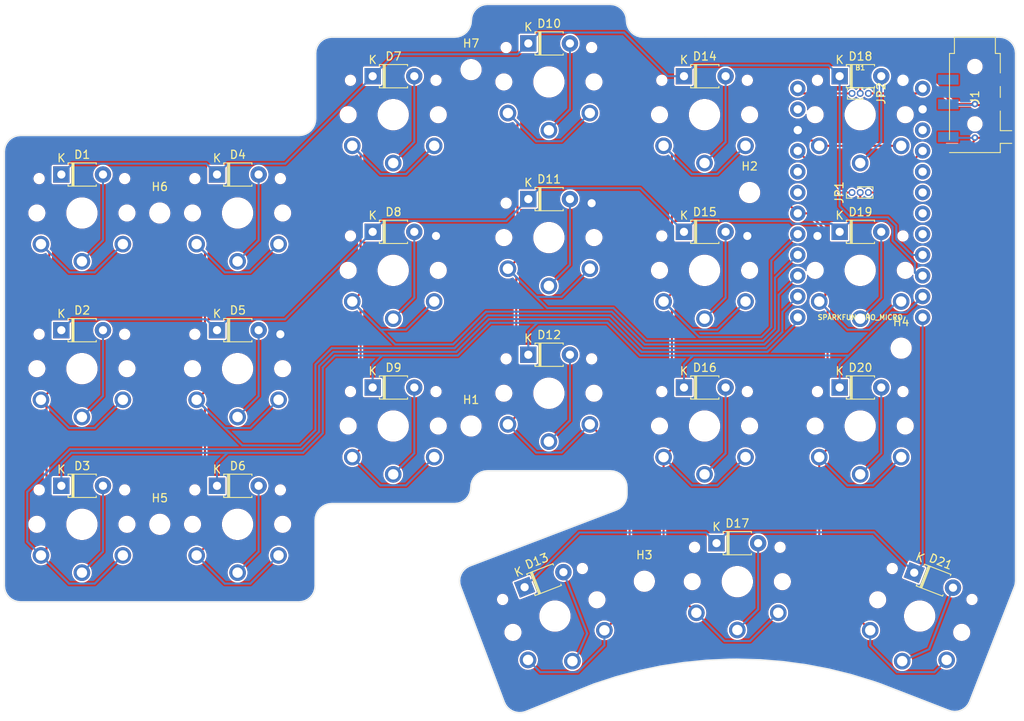
<source format=kicad_pcb>
(kicad_pcb (version 20171130) (host pcbnew "(5.1.9)-1")
  (layers (0 F.Cu signal) (31 B.Cu signal) (34 B.Paste user) (35 F.Paste user) (36 B.SilkS user) (37 F.SilkS user) (38 B.Mask user) (39 F.Mask user) (44 Edge.Cuts user))
  (net 0 "")
  (net 1 "Net-(D1-Pad2)")
  (net 2 row0)
  (net 3 "Net-(D2-Pad2)")
  (net 4 row1)
  (net 5 "Net-(D3-Pad2)")
  (net 6 "Net-(D4-Pad2)")
  (net 7 "Net-(D5-Pad2)")
  (net 8 row2)
  (net 9 "Net-(D6-Pad2)")
  (net 10 "Net-(D7-Pad2)")
  (net 11 "Net-(D8-Pad2)")
  (net 12 "Net-(D9-Pad2)")
  (net 13 "Net-(D10-Pad2)")
  (net 14 "Net-(D11-Pad2)")
  (net 15 "Net-(D12-Pad2)")
  (net 16 "Net-(D13-Pad2)")
  (net 17 "Net-(D14-Pad2)")
  (net 18 "Net-(D15-Pad2)")
  (net 19 row3)
  (net 20 "Net-(D16-Pad2)")
  (net 21 "Net-(D17-Pad2)")
  (net 22 "Net-(D18-Pad2)")
  (net 23 "Net-(D19-Pad2)")
  (net 24 "Net-(D20-Pad2)")
  (net 25 col0)
  (net 26 col1)
  (net 27 col2)
  (net 28 col3)
  (net 29 col4)
  (net 30 col5)
  (net 31 GND)
  (net 32 +5V)
  (net 33 "Net-(B1-Pad24)")
  (net 34 "Net-(B1-Pad22)")
  (net 35 "Net-(B1-Pad21)")
  (net 36 "Net-(B1-Pad20)")
  (net 37 "Net-(B1-Pad19)")
  (net 38 "Net-(B1-Pad18)")
  (net 39 "Net-(B1-Pad17)")
  (net 40 "Net-(B1-Pad6)")
  (net 41 "Net-(B1-Pad5)")
  (net 42 "Net-(B1-Pad4)")
  (net 43 "Net-(B1-Pad2)")
  (net 44 "Net-(B1-Pad1)")
  (net 45 "Net-(D21-Pad2)")
  (net 46 TX)
  (net 47 "Net-(J1-PadR2)")
  (module keyswitches:SW_PG1350_reversible (layer F.Cu) (at 112 131)
    (fp_text reference SW6 hide)
    (fp_text value SW_Push)
    (pad "" np_thru_hole circle (at -5.22 -4.2) (size 0.9906 0.9906) (drill 0.9906) (layers *.Cu *.Mask))
    (pad 2 thru_hole circle (at 5 3.8) (size 2.032 2.032) (drill 1.27) (layers *.Cu *.Mask) (net 26 col1))
    (pad "" np_thru_hole circle (at 0 0) (size 3.429 3.429) (drill 3.429) (layers *.Cu *.Mask))
    (pad 2 thru_hole circle (at -5 3.8 180) (size 2.032 2.032) (drill 1.27) (layers *.Cu *.Mask) (net 26 col1))
    (pad 1 thru_hole circle (at 0 5.9) (size 2.032 2.032) (drill 1.27) (layers *.Cu *.Mask) (net 9 "Net-(D6-Pad2)"))
    (pad "" np_thru_hole circle (at 5.22 -4.2) (size 0.9906 0.9906) (drill 0.9906) (layers *.Cu *.Mask))
    (pad "" np_thru_hole circle (at 5.5 0) (size 1.7018 1.7018) (drill 1.7018) (layers *.Cu *.Mask))
    (pad "" np_thru_hole circle (at -5.5 0) (size 1.7018 1.7018) (drill 1.7018) (layers *.Cu *.Mask))
  )
  (module Connector_PinHeader_1.00mm:PinHeader_1x03_P1.00mm_Vertical (layer F.Cu) (at 187 90.5 90)
    (fp_text reference JP1 (at 0 -1.56 90) (layer F.SilkS))
    (fp_text value SolderJumper_3_Open)
    (pad 1 thru_hole circle (at 0 0 90) (size 0.85 0.85) (drill 0.5) (layers *.Cu *.Mask) (net 42 "Net-(B1-Pad4)"))
    (pad 2 thru_hole oval (at 0 1 90) (size 0.85 0.85) (drill 0.5) (layers *.Cu *.Mask) (net 32 +5V))
    (pad 3 thru_hole oval (at 0 2 90) (size 0.85 0.85) (drill 0.5) (layers *.Cu *.Mask) (net 35 "Net-(B1-Pad21)"))
  )
  (module MountingHole:MountingHole_2.2mm_M2 (layer F.Cu) (at 140.5 75.5)
    (fp_text reference H7 (at 0 -3.2) (layer F.SilkS))
    (fp_text value MountingHole)
    (pad 1 np_thru_hole circle (at 0 0) (size 2.2 2.2) (drill 2.2) (layers *.Cu *.Mask))
  )
  (module MountingHole:MountingHole_2.2mm_M2 (layer F.Cu) (at 140.5 119)
    (fp_text reference H1 (at 0 -3.2) (layer F.SilkS))
    (fp_text value MountingHole)
    (pad 1 np_thru_hole circle (at 0 0) (size 2.2 2.2) (drill 2.2) (layers *.Cu *.Mask))
  )
  (module MountingHole:MountingHole_2.2mm_M2 (layer F.Cu) (at 102.5 93)
    (fp_text reference H6 (at 0 -3.2) (layer F.SilkS))
    (fp_text value MountingHole)
    (pad 1 np_thru_hole circle (at 0 0) (size 2.2 2.2) (drill 2.2) (layers *.Cu *.Mask))
  )
  (module MountingHole:MountingHole_2.2mm_M2 (layer F.Cu) (at 102.5 131)
    (fp_text reference H5 (at 0 -3.2) (layer F.SilkS))
    (fp_text value MountingHole)
    (pad 1 np_thru_hole circle (at 0 0) (size 2.2 2.2) (drill 2.2) (layers *.Cu *.Mask))
  )
  (module MountingHole:MountingHole_2.2mm_M2 (layer F.Cu) (at 193 109.5)
    (fp_text reference H4 (at 0 -3.2) (layer F.SilkS))
    (fp_text value MountingHole)
    (pad 1 np_thru_hole circle (at 0 0) (size 2.2 2.2) (drill 2.2) (layers *.Cu *.Mask))
  )
  (module MountingHole:MountingHole_2.2mm_M2 (layer F.Cu) (at 161.65 137.95)
    (fp_text reference H3 (at 0 -3.2) (layer F.SilkS))
    (fp_text value MountingHole)
    (pad 1 np_thru_hole circle (at 0 0) (size 2.2 2.2) (drill 2.2) (layers *.Cu *.Mask))
  )
  (module MountingHole:MountingHole_2.2mm_M2 (layer F.Cu) (at 174.5 90.5)
    (fp_text reference H2 (at 0 -3.2) (layer F.SilkS))
    (fp_text value MountingHole)
    (pad 1 np_thru_hole circle (at 0 0) (size 2.2 2.2) (drill 2.2) (layers *.Cu *.Mask))
  )
  (module Connector_PinHeader_1.00mm:PinHeader_1x03_P1.00mm_Vertical (layer F.Cu) (at 189 78.4 270)
    (fp_text reference JP2 (at 0 -1.56 90) (layer F.SilkS))
    (fp_text value SolderJumper_3_Open)
    (pad 3 thru_hole oval (at 0 2 270) (size 0.85 0.85) (drill 0.5) (layers *.Cu *.Mask) (net 44 "Net-(B1-Pad1)"))
    (pad 2 thru_hole oval (at 0 1 270) (size 0.85 0.85) (drill 0.5) (layers *.Cu *.Mask) (net 46 TX))
    (pad 1 thru_hole circle (at 0 0 270) (size 0.85 0.85) (drill 0.5) (layers *.Cu *.Mask) (net 33 "Net-(B1-Pad24)"))
  )
  (module keyswitches:SW_PG1350_reversible (layer F.Cu) (at 195.26 142.2 338.8)
    (fp_text reference SW21 hide)
    (fp_text value SW_Push)
    (pad "" np_thru_hole circle (at -5.22 -4.2 338.8) (size 0.9906 0.9906) (drill 0.9906) (layers *.Cu *.Mask))
    (pad 2 thru_hole circle (at 5 3.8 338.8) (size 2.032 2.032) (drill 1.27) (layers *.Cu *.Mask) (net 30 col5))
    (pad "" np_thru_hole circle (at 0 0 338.8) (size 3.429 3.429) (drill 3.429) (layers *.Cu *.Mask))
    (pad 2 thru_hole circle (at -5 3.8 158.8) (size 2.032 2.032) (drill 1.27) (layers *.Cu *.Mask) (net 30 col5))
    (pad 1 thru_hole circle (at 0 5.9 338.8) (size 2.032 2.032) (drill 1.27) (layers *.Cu *.Mask) (net 45 "Net-(D21-Pad2)"))
    (pad "" np_thru_hole circle (at 5.22 -4.2 338.8) (size 0.9906 0.9906) (drill 0.9906) (layers *.Cu *.Mask))
    (pad "" np_thru_hole circle (at 5.5 0 338.8) (size 1.7018 1.7018) (drill 1.7018) (layers *.Cu *.Mask))
    (pad "" np_thru_hole circle (at -5.5 0 338.8) (size 1.7018 1.7018) (drill 1.7018) (layers *.Cu *.Mask))
  )
  (module keyswitches:SW_PG1350_reversible (layer F.Cu) (at 188 119)
    (fp_text reference SW20 hide)
    (fp_text value SW_Push)
    (pad "" np_thru_hole circle (at -5.22 -4.2) (size 0.9906 0.9906) (drill 0.9906) (layers *.Cu *.Mask))
    (pad 2 thru_hole circle (at 5 3.8) (size 2.032 2.032) (drill 1.27) (layers *.Cu *.Mask) (net 30 col5))
    (pad "" np_thru_hole circle (at 0 0) (size 3.429 3.429) (drill 3.429) (layers *.Cu *.Mask))
    (pad 2 thru_hole circle (at -5 3.8 180) (size 2.032 2.032) (drill 1.27) (layers *.Cu *.Mask) (net 30 col5))
    (pad 1 thru_hole circle (at 0 5.9) (size 2.032 2.032) (drill 1.27) (layers *.Cu *.Mask) (net 24 "Net-(D20-Pad2)"))
    (pad "" np_thru_hole circle (at 5.22 -4.2) (size 0.9906 0.9906) (drill 0.9906) (layers *.Cu *.Mask))
    (pad "" np_thru_hole circle (at 5.5 0) (size 1.7018 1.7018) (drill 1.7018) (layers *.Cu *.Mask))
    (pad "" np_thru_hole circle (at -5.5 0) (size 1.7018 1.7018) (drill 1.7018) (layers *.Cu *.Mask))
  )
  (module keyswitches:SW_PG1350_reversible (layer F.Cu) (at 188 100)
    (fp_text reference SW19 hide)
    (fp_text value SW_Push)
    (pad "" thru_hole circle (at -5.22 -4.2) (size 1.2906 1.2906) (drill 0.9906) (layers *.Cu *.Mask) (net 31 GND))
    (pad 2 thru_hole circle (at 5 3.8) (size 2.032 2.032) (drill 1.27) (layers *.Cu *.Mask) (net 30 col5))
    (pad "" np_thru_hole circle (at 0 0) (size 3.429 3.429) (drill 3.429) (layers *.Cu *.Mask))
    (pad 2 thru_hole circle (at -5 3.8 180) (size 2.032 2.032) (drill 1.27) (layers *.Cu *.Mask) (net 30 col5))
    (pad 1 thru_hole circle (at 0 5.9) (size 2.032 2.032) (drill 1.27) (layers *.Cu *.Mask) (net 23 "Net-(D19-Pad2)"))
    (pad "" np_thru_hole circle (at 5.22 -4.2) (size 0.9906 0.9906) (drill 0.9906) (layers *.Cu *.Mask))
    (pad "" np_thru_hole circle (at 5.5 0) (size 1.7018 1.7018) (drill 1.7018) (layers *.Cu *.Mask))
    (pad "" np_thru_hole circle (at -5.5 0) (size 1.7018 1.7018) (drill 1.7018) (layers *.Cu *.Mask))
  )
  (module keyswitches:SW_PG1350_reversible (layer F.Cu) (at 188 81)
    (fp_text reference SW18 hide)
    (fp_text value SW_Push)
    (pad "" np_thru_hole circle (at -5.22 -4.2) (size 0.9906 0.9906) (drill 0.9906) (layers *.Cu *.Mask))
    (pad 2 thru_hole circle (at 5 3.8) (size 2.032 2.032) (drill 1.27) (layers *.Cu *.Mask) (net 30 col5))
    (pad "" np_thru_hole circle (at 0 0) (size 3.429 3.429) (drill 3.429) (layers *.Cu *.Mask))
    (pad 2 thru_hole circle (at -5 3.8 180) (size 2.032 2.032) (drill 1.27) (layers *.Cu *.Mask) (net 30 col5))
    (pad 1 thru_hole circle (at 0 5.9) (size 2.032 2.032) (drill 1.27) (layers *.Cu *.Mask) (net 22 "Net-(D18-Pad2)"))
    (pad "" np_thru_hole circle (at 5.22 -4.2) (size 0.9906 0.9906) (drill 0.9906) (layers *.Cu *.Mask))
    (pad "" np_thru_hole circle (at 5.5 0) (size 1.7018 1.7018) (drill 1.7018) (layers *.Cu *.Mask))
    (pad "" np_thru_hole circle (at -5.5 0) (size 1.7018 1.7018) (drill 1.7018) (layers *.Cu *.Mask))
  )
  (module keyswitches:SW_PG1350_reversible (layer F.Cu) (at 173 138)
    (fp_text reference SW17 hide)
    (fp_text value SW_Push)
    (pad "" np_thru_hole circle (at -5.22 -4.2) (size 0.9906 0.9906) (drill 0.9906) (layers *.Cu *.Mask))
    (pad 2 thru_hole circle (at 5 3.8) (size 2.032 2.032) (drill 1.27) (layers *.Cu *.Mask) (net 29 col4))
    (pad "" np_thru_hole circle (at 0 0) (size 3.429 3.429) (drill 3.429) (layers *.Cu *.Mask))
    (pad 2 thru_hole circle (at -5 3.8 180) (size 2.032 2.032) (drill 1.27) (layers *.Cu *.Mask) (net 29 col4))
    (pad 1 thru_hole circle (at 0 5.9) (size 2.032 2.032) (drill 1.27) (layers *.Cu *.Mask) (net 21 "Net-(D17-Pad2)"))
    (pad "" np_thru_hole circle (at 5.22 -4.2) (size 0.9906 0.9906) (drill 0.9906) (layers *.Cu *.Mask))
    (pad "" np_thru_hole circle (at 5.5 0) (size 1.7018 1.7018) (drill 1.7018) (layers *.Cu *.Mask))
    (pad "" np_thru_hole circle (at -5.5 0) (size 1.7018 1.7018) (drill 1.7018) (layers *.Cu *.Mask))
  )
  (module keyswitches:SW_PG1350_reversible (layer F.Cu) (at 169 119)
    (fp_text reference SW16 hide)
    (fp_text value SW_Push)
    (pad "" np_thru_hole circle (at -5.22 -4.2) (size 0.9906 0.9906) (drill 0.9906) (layers *.Cu *.Mask))
    (pad 2 thru_hole circle (at 5 3.8) (size 2.032 2.032) (drill 1.27) (layers *.Cu *.Mask) (net 29 col4))
    (pad "" np_thru_hole circle (at 0 0) (size 3.429 3.429) (drill 3.429) (layers *.Cu *.Mask))
    (pad 2 thru_hole circle (at -5 3.8 180) (size 2.032 2.032) (drill 1.27) (layers *.Cu *.Mask) (net 29 col4))
    (pad 1 thru_hole circle (at 0 5.9) (size 2.032 2.032) (drill 1.27) (layers *.Cu *.Mask) (net 20 "Net-(D16-Pad2)"))
    (pad "" np_thru_hole circle (at 5.22 -4.2) (size 0.9906 0.9906) (drill 0.9906) (layers *.Cu *.Mask))
    (pad "" np_thru_hole circle (at 5.5 0) (size 1.7018 1.7018) (drill 1.7018) (layers *.Cu *.Mask))
    (pad "" np_thru_hole circle (at -5.5 0) (size 1.7018 1.7018) (drill 1.7018) (layers *.Cu *.Mask))
  )
  (module keyswitches:SW_PG1350_reversible (layer F.Cu) (at 169 100)
    (fp_text reference SW15 hide)
    (fp_text value SW_Push)
    (pad "" np_thru_hole circle (at -5.22 -4.2) (size 0.9906 0.9906) (drill 0.9906) (layers *.Cu *.Mask))
    (pad 2 thru_hole circle (at 5 3.8) (size 2.032 2.032) (drill 1.27) (layers *.Cu *.Mask) (net 29 col4))
    (pad "" np_thru_hole circle (at 0 0) (size 3.429 3.429) (drill 3.429) (layers *.Cu *.Mask))
    (pad 2 thru_hole circle (at -5 3.8 180) (size 2.032 2.032) (drill 1.27) (layers *.Cu *.Mask) (net 29 col4))
    (pad 1 thru_hole circle (at 0 5.9) (size 2.032 2.032) (drill 1.27) (layers *.Cu *.Mask) (net 18 "Net-(D15-Pad2)"))
    (pad "" thru_hole circle (at 5.22 -4.2) (size 1.2906 1.2906) (drill 0.9906) (layers *.Cu *.Mask) (net 31 GND))
    (pad "" np_thru_hole circle (at 5.5 0) (size 1.7018 1.7018) (drill 1.7018) (layers *.Cu *.Mask))
    (pad "" np_thru_hole circle (at -5.5 0) (size 1.7018 1.7018) (drill 1.7018) (layers *.Cu *.Mask))
  )
  (module keyswitches:SW_PG1350_reversible (layer F.Cu) (at 169 81)
    (fp_text reference SW14 hide)
    (fp_text value SW_Push)
    (pad "" np_thru_hole circle (at -5.22 -4.2) (size 0.9906 0.9906) (drill 0.9906) (layers *.Cu *.Mask))
    (pad 2 thru_hole circle (at 5 3.8) (size 2.032 2.032) (drill 1.27) (layers *.Cu *.Mask) (net 29 col4))
    (pad "" np_thru_hole circle (at 0 0) (size 3.429 3.429) (drill 3.429) (layers *.Cu *.Mask))
    (pad 2 thru_hole circle (at -5 3.8 180) (size 2.032 2.032) (drill 1.27) (layers *.Cu *.Mask) (net 29 col4))
    (pad 1 thru_hole circle (at 0 5.9) (size 2.032 2.032) (drill 1.27) (layers *.Cu *.Mask) (net 17 "Net-(D14-Pad2)"))
    (pad "" np_thru_hole circle (at 5.22 -4.2) (size 0.9906 0.9906) (drill 0.9906) (layers *.Cu *.Mask))
    (pad "" np_thru_hole circle (at 5.5 0) (size 1.7018 1.7018) (drill 1.7018) (layers *.Cu *.Mask))
    (pad "" np_thru_hole circle (at -5.5 0) (size 1.7018 1.7018) (drill 1.7018) (layers *.Cu *.Mask))
  )
  (module keyswitches:SW_PG1350_reversible (layer F.Cu) (at 150.74 142.2 21.2)
    (fp_text reference SW13 hide)
    (fp_text value SW_Push)
    (pad "" np_thru_hole circle (at -5.22 -4.2 21.2) (size 0.9906 0.9906) (drill 0.9906) (layers *.Cu *.Mask))
    (pad 2 thru_hole circle (at 5 3.8 21.2) (size 2.032 2.032) (drill 1.27) (layers *.Cu *.Mask) (net 28 col3))
    (pad "" np_thru_hole circle (at 0 0 21.2) (size 3.429 3.429) (drill 3.429) (layers *.Cu *.Mask))
    (pad 2 thru_hole circle (at -5 3.8 201.2) (size 2.032 2.032) (drill 1.27) (layers *.Cu *.Mask) (net 28 col3))
    (pad 1 thru_hole circle (at 0 5.9 21.2) (size 2.032 2.032) (drill 1.27) (layers *.Cu *.Mask) (net 16 "Net-(D13-Pad2)"))
    (pad "" np_thru_hole circle (at 5.22 -4.2 21.2) (size 0.9906 0.9906) (drill 0.9906) (layers *.Cu *.Mask))
    (pad "" np_thru_hole circle (at 5.5 0 21.2) (size 1.7018 1.7018) (drill 1.7018) (layers *.Cu *.Mask))
    (pad "" np_thru_hole circle (at -5.5 0 21.2) (size 1.7018 1.7018) (drill 1.7018) (layers *.Cu *.Mask))
  )
  (module keyswitches:SW_PG1350_reversible (layer F.Cu) (at 150 115)
    (fp_text reference SW12 hide)
    (fp_text value SW_Push)
    (pad "" np_thru_hole circle (at -5.22 -4.2) (size 0.9906 0.9906) (drill 0.9906) (layers *.Cu *.Mask))
    (pad 2 thru_hole circle (at 5 3.8) (size 2.032 2.032) (drill 1.27) (layers *.Cu *.Mask) (net 28 col3))
    (pad "" np_thru_hole circle (at 0 0) (size 3.429 3.429) (drill 3.429) (layers *.Cu *.Mask))
    (pad 2 thru_hole circle (at -5 3.8 180) (size 2.032 2.032) (drill 1.27) (layers *.Cu *.Mask) (net 28 col3))
    (pad 1 thru_hole circle (at 0 5.9) (size 2.032 2.032) (drill 1.27) (layers *.Cu *.Mask) (net 15 "Net-(D12-Pad2)"))
    (pad "" np_thru_hole circle (at 5.22 -4.2) (size 0.9906 0.9906) (drill 0.9906) (layers *.Cu *.Mask))
    (pad "" np_thru_hole circle (at 5.5 0) (size 1.7018 1.7018) (drill 1.7018) (layers *.Cu *.Mask))
    (pad "" np_thru_hole circle (at -5.5 0) (size 1.7018 1.7018) (drill 1.7018) (layers *.Cu *.Mask))
  )
  (module keyswitches:SW_PG1350_reversible (layer F.Cu) (at 150 96)
    (fp_text reference SW11 hide)
    (fp_text value SW_Push)
    (pad "" np_thru_hole circle (at -5.22 -4.2) (size 0.9906 0.9906) (drill 0.9906) (layers *.Cu *.Mask))
    (pad 2 thru_hole circle (at 5 3.8) (size 2.032 2.032) (drill 1.27) (layers *.Cu *.Mask) (net 28 col3))
    (pad "" np_thru_hole circle (at 0 0) (size 3.429 3.429) (drill 3.429) (layers *.Cu *.Mask))
    (pad 2 thru_hole circle (at -5 3.8 180) (size 2.032 2.032) (drill 1.27) (layers *.Cu *.Mask) (net 28 col3))
    (pad 1 thru_hole circle (at 0 5.9) (size 2.032 2.032) (drill 1.27) (layers *.Cu *.Mask) (net 14 "Net-(D11-Pad2)"))
    (pad "" thru_hole circle (at 5.22 -4.2) (size 1.2906 1.2906) (drill 0.9906) (layers *.Cu *.Mask) (net 31 GND))
    (pad "" np_thru_hole circle (at 5.5 0) (size 1.7018 1.7018) (drill 1.7018) (layers *.Cu *.Mask))
    (pad "" np_thru_hole circle (at -5.5 0) (size 1.7018 1.7018) (drill 1.7018) (layers *.Cu *.Mask))
  )
  (module keyswitches:SW_PG1350_reversible (layer F.Cu) (at 150 77)
    (fp_text reference SW10 hide)
    (fp_text value SW_Push)
    (pad "" np_thru_hole circle (at -5.22 -4.2) (size 0.9906 0.9906) (drill 0.9906) (layers *.Cu *.Mask))
    (pad 2 thru_hole circle (at 5 3.8) (size 2.032 2.032) (drill 1.27) (layers *.Cu *.Mask) (net 28 col3))
    (pad "" np_thru_hole circle (at 0 0) (size 3.429 3.429) (drill 3.429) (layers *.Cu *.Mask))
    (pad 2 thru_hole circle (at -5 3.8 180) (size 2.032 2.032) (drill 1.27) (layers *.Cu *.Mask) (net 28 col3))
    (pad 1 thru_hole circle (at 0 5.9) (size 2.032 2.032) (drill 1.27) (layers *.Cu *.Mask) (net 13 "Net-(D10-Pad2)"))
    (pad "" np_thru_hole circle (at 5.22 -4.2) (size 0.9906 0.9906) (drill 0.9906) (layers *.Cu *.Mask))
    (pad "" np_thru_hole circle (at 5.5 0) (size 1.7018 1.7018) (drill 1.7018) (layers *.Cu *.Mask))
    (pad "" np_thru_hole circle (at -5.5 0) (size 1.7018 1.7018) (drill 1.7018) (layers *.Cu *.Mask))
  )
  (module keyswitches:SW_PG1350_reversible (layer F.Cu) (at 131 119)
    (fp_text reference SW9 hide)
    (fp_text value SW_Push)
    (pad "" np_thru_hole circle (at -5.22 -4.2) (size 0.9906 0.9906) (drill 0.9906) (layers *.Cu *.Mask))
    (pad 2 thru_hole circle (at 5 3.8) (size 2.032 2.032) (drill 1.27) (layers *.Cu *.Mask) (net 27 col2))
    (pad "" np_thru_hole circle (at 0 0) (size 3.429 3.429) (drill 3.429) (layers *.Cu *.Mask))
    (pad 2 thru_hole circle (at -5 3.8 180) (size 2.032 2.032) (drill 1.27) (layers *.Cu *.Mask) (net 27 col2))
    (pad 1 thru_hole circle (at 0 5.9) (size 2.032 2.032) (drill 1.27) (layers *.Cu *.Mask) (net 12 "Net-(D9-Pad2)"))
    (pad "" np_thru_hole circle (at 5.22 -4.2) (size 0.9906 0.9906) (drill 0.9906) (layers *.Cu *.Mask))
    (pad "" np_thru_hole circle (at 5.5 0) (size 1.7018 1.7018) (drill 1.7018) (layers *.Cu *.Mask))
    (pad "" np_thru_hole circle (at -5.5 0) (size 1.7018 1.7018) (drill 1.7018) (layers *.Cu *.Mask))
  )
  (module keyswitches:SW_PG1350_reversible (layer F.Cu) (at 131 100)
    (fp_text reference SW8 hide)
    (fp_text value SW_Push)
    (pad "" np_thru_hole circle (at -5.22 -4.2) (size 0.9906 0.9906) (drill 0.9906) (layers *.Cu *.Mask))
    (pad 2 thru_hole circle (at 5 3.8) (size 2.032 2.032) (drill 1.27) (layers *.Cu *.Mask) (net 27 col2))
    (pad "" np_thru_hole circle (at 0 0) (size 3.429 3.429) (drill 3.429) (layers *.Cu *.Mask))
    (pad 2 thru_hole circle (at -5 3.8 180) (size 2.032 2.032) (drill 1.27) (layers *.Cu *.Mask) (net 27 col2))
    (pad 1 thru_hole circle (at 0 5.9) (size 2.032 2.032) (drill 1.27) (layers *.Cu *.Mask) (net 11 "Net-(D8-Pad2)"))
    (pad "" thru_hole circle (at 5.22 -4.2) (size 1.2906 1.2906) (drill 0.9906) (layers *.Cu *.Mask) (net 31 GND))
    (pad "" np_thru_hole circle (at 5.5 0) (size 1.7018 1.7018) (drill 1.7018) (layers *.Cu *.Mask))
    (pad "" np_thru_hole circle (at -5.5 0) (size 1.7018 1.7018) (drill 1.7018) (layers *.Cu *.Mask))
  )
  (module keyswitches:SW_PG1350_reversible (layer F.Cu) (at 131 81)
    (fp_text reference SW7 hide)
    (fp_text value SW_Push)
    (pad "" np_thru_hole circle (at -5.22 -4.2) (size 0.9906 0.9906) (drill 0.9906) (layers *.Cu *.Mask))
    (pad 2 thru_hole circle (at 5 3.8) (size 2.032 2.032) (drill 1.27) (layers *.Cu *.Mask) (net 27 col2))
    (pad "" np_thru_hole circle (at 0 0) (size 3.429 3.429) (drill 3.429) (layers *.Cu *.Mask))
    (pad 2 thru_hole circle (at -5 3.8 180) (size 2.032 2.032) (drill 1.27) (layers *.Cu *.Mask) (net 27 col2))
    (pad 1 thru_hole circle (at 0 5.9) (size 2.032 2.032) (drill 1.27) (layers *.Cu *.Mask) (net 10 "Net-(D7-Pad2)"))
    (pad "" np_thru_hole circle (at 5.22 -4.2) (size 0.9906 0.9906) (drill 0.9906) (layers *.Cu *.Mask))
    (pad "" np_thru_hole circle (at 5.5 0) (size 1.7018 1.7018) (drill 1.7018) (layers *.Cu *.Mask))
    (pad "" np_thru_hole circle (at -5.5 0) (size 1.7018 1.7018) (drill 1.7018) (layers *.Cu *.Mask))
  )
  (module keyswitches:SW_PG1350_reversible (layer F.Cu) (at 112 112)
    (fp_text reference SW5 hide)
    (fp_text value SW_Push)
    (pad "" np_thru_hole circle (at -5.22 -4.2) (size 0.9906 0.9906) (drill 0.9906) (layers *.Cu *.Mask))
    (pad 2 thru_hole circle (at 5 3.8) (size 2.032 2.032) (drill 1.27) (layers *.Cu *.Mask) (net 26 col1))
    (pad "" np_thru_hole circle (at 0 0) (size 3.429 3.429) (drill 3.429) (layers *.Cu *.Mask))
    (pad 2 thru_hole circle (at -5 3.8 180) (size 2.032 2.032) (drill 1.27) (layers *.Cu *.Mask) (net 26 col1))
    (pad 1 thru_hole circle (at 0 5.9) (size 2.032 2.032) (drill 1.27) (layers *.Cu *.Mask) (net 7 "Net-(D5-Pad2)"))
    (pad "" thru_hole circle (at 5.22 -4.2) (size 1.2906 1.2906) (drill 0.9906) (layers *.Cu *.Mask) (net 31 GND))
    (pad "" np_thru_hole circle (at 5.5 0) (size 1.7018 1.7018) (drill 1.7018) (layers *.Cu *.Mask))
    (pad "" np_thru_hole circle (at -5.5 0) (size 1.7018 1.7018) (drill 1.7018) (layers *.Cu *.Mask))
  )
  (module keyswitches:SW_PG1350_reversible (layer F.Cu) (at 112 93)
    (fp_text reference SW4 hide)
    (fp_text value SW_Push)
    (pad "" np_thru_hole circle (at -5.22 -4.2) (size 0.9906 0.9906) (drill 0.9906) (layers *.Cu *.Mask))
    (pad 2 thru_hole circle (at 5 3.8) (size 2.032 2.032) (drill 1.27) (layers *.Cu *.Mask) (net 26 col1))
    (pad "" np_thru_hole circle (at 0 0) (size 3.429 3.429) (drill 3.429) (layers *.Cu *.Mask))
    (pad 2 thru_hole circle (at -5 3.8 180) (size 2.032 2.032) (drill 1.27) (layers *.Cu *.Mask) (net 26 col1))
    (pad 1 thru_hole circle (at 0 5.9) (size 2.032 2.032) (drill 1.27) (layers *.Cu *.Mask) (net 6 "Net-(D4-Pad2)"))
    (pad "" np_thru_hole circle (at 5.22 -4.2) (size 0.9906 0.9906) (drill 0.9906) (layers *.Cu *.Mask))
    (pad "" np_thru_hole circle (at 5.5 0) (size 1.7018 1.7018) (drill 1.7018) (layers *.Cu *.Mask))
    (pad "" np_thru_hole circle (at -5.5 0) (size 1.7018 1.7018) (drill 1.7018) (layers *.Cu *.Mask))
  )
  (module keyswitches:SW_PG1350_reversible (layer F.Cu) (at 93 131)
    (fp_text reference SW3 hide)
    (fp_text value SW_Push)
    (pad "" np_thru_hole circle (at -5.22 -4.2) (size 0.9906 0.9906) (drill 0.9906) (layers *.Cu *.Mask))
    (pad 2 thru_hole circle (at 5 3.8) (size 2.032 2.032) (drill 1.27) (layers *.Cu *.Mask) (net 25 col0))
    (pad "" np_thru_hole circle (at 0 0) (size 3.429 3.429) (drill 3.429) (layers *.Cu *.Mask))
    (pad 2 thru_hole circle (at -5 3.8 180) (size 2.032 2.032) (drill 1.27) (layers *.Cu *.Mask) (net 25 col0))
    (pad 1 thru_hole circle (at 0 5.9) (size 2.032 2.032) (drill 1.27) (layers *.Cu *.Mask) (net 5 "Net-(D3-Pad2)"))
    (pad "" np_thru_hole circle (at 5.22 -4.2) (size 0.9906 0.9906) (drill 0.9906) (layers *.Cu *.Mask))
    (pad "" np_thru_hole circle (at 5.5 0) (size 1.7018 1.7018) (drill 1.7018) (layers *.Cu *.Mask))
    (pad "" np_thru_hole circle (at -5.5 0) (size 1.7018 1.7018) (drill 1.7018) (layers *.Cu *.Mask))
  )
  (module keyswitches:SW_PG1350_reversible (layer F.Cu) (at 93 112)
    (fp_text reference SW2 hide)
    (fp_text value SW_Push)
    (pad "" np_thru_hole circle (at -5.22 -4.2) (size 0.9906 0.9906) (drill 0.9906) (layers *.Cu *.Mask))
    (pad 2 thru_hole circle (at 5 3.8) (size 2.032 2.032) (drill 1.27) (layers *.Cu *.Mask) (net 25 col0))
    (pad "" np_thru_hole circle (at 0 0) (size 3.429 3.429) (drill 3.429) (layers *.Cu *.Mask))
    (pad 2 thru_hole circle (at -5 3.8 180) (size 2.032 2.032) (drill 1.27) (layers *.Cu *.Mask) (net 25 col0))
    (pad 1 thru_hole circle (at 0 5.9) (size 2.032 2.032) (drill 1.27) (layers *.Cu *.Mask) (net 3 "Net-(D2-Pad2)"))
    (pad "" np_thru_hole circle (at 5.22 -4.2) (size 0.9906 0.9906) (drill 0.9906) (layers *.Cu *.Mask))
    (pad "" np_thru_hole circle (at 5.5 0) (size 1.7018 1.7018) (drill 1.7018) (layers *.Cu *.Mask))
    (pad "" np_thru_hole circle (at -5.5 0) (size 1.7018 1.7018) (drill 1.7018) (layers *.Cu *.Mask))
  )
  (module keyswitches:SW_PG1350_reversible (layer F.Cu) (at 93 93)
    (fp_text reference SW1 hide)
    (fp_text value SW_Push)
    (pad "" np_thru_hole circle (at -5.22 -4.2) (size 0.9906 0.9906) (drill 0.9906) (layers *.Cu *.Mask))
    (pad 2 thru_hole circle (at 5 3.8) (size 2.032 2.032) (drill 1.27) (layers *.Cu *.Mask) (net 25 col0))
    (pad "" np_thru_hole circle (at 0 0) (size 3.429 3.429) (drill 3.429) (layers *.Cu *.Mask))
    (pad 2 thru_hole circle (at -5 3.8 180) (size 2.032 2.032) (drill 1.27) (layers *.Cu *.Mask) (net 25 col0))
    (pad 1 thru_hole circle (at 0 5.9) (size 2.032 2.032) (drill 1.27) (layers *.Cu *.Mask) (net 1 "Net-(D1-Pad2)"))
    (pad "" np_thru_hole circle (at 5.22 -4.2) (size 0.9906 0.9906) (drill 0.9906) (layers *.Cu *.Mask))
    (pad "" np_thru_hole circle (at 5.5 0) (size 1.7018 1.7018) (drill 1.7018) (layers *.Cu *.Mask))
    (pad "" np_thru_hole circle (at -5.5 0) (size 1.7018 1.7018) (drill 1.7018) (layers *.Cu *.Mask))
  )
  (module Connector_Audio:Jack_3.5mm_PJ320D_Horizontal (layer F.Cu) (at 202 79.9 270)
    (fp_text reference J1 (at -1.016 0 270) (layer F.SilkS))
    (fp_text value AudioJack4)
    (pad R2 smd rect (at -3.175 3.25 270) (size 1.2 2.5) (layers B.Cu B.Paste B.Mask) (net 47 "Net-(J1-PadR2)"))
    (pad R1 smd rect (at -0.175 3.25 270) (size 1.2 2.5) (layers B.Cu B.Paste B.Mask) (net 46 TX))
    (pad T smd rect (at 3.825 3.25 270) (size 1.2 2.5) (layers B.Cu B.Paste B.Mask) (net 32 +5V))
    (pad "" np_thru_hole circle (at -4.775 0 270) (size 1.5 1.5) (drill 1.5) (layers *.Cu *.Mask))
    (pad S smd rect (at 4.925 -3.25 270) (size 1.2 2.5) (layers B.Cu B.Paste B.Mask) (net 31 GND))
    (pad "" np_thru_hole circle (at 2.225 0 270) (size 1.5 1.5) (drill 1.5) (layers *.Cu *.Mask))
    (pad S smd rect (at 4.925 3.25 270) (size 1.2 2.5) (layers F.Cu F.Paste F.Mask) (net 31 GND))
    (pad T smd rect (at 3.825 -3.25 270) (size 1.2 2.5) (layers F.Cu F.Paste F.Mask) (net 32 +5V))
    (pad R1 smd rect (at -0.175 -3.25 270) (size 1.2 2.5) (layers F.Cu F.Paste F.Mask) (net 46 TX))
    (pad R2 smd rect (at -3.175 -3.25 270) (size 1.2 2.5) (layers F.Cu F.Paste F.Mask) (net 47 "Net-(J1-PadR2)"))
    (pad "" np_thru_hole circle (at -4.775 0 270) (size 1.5 1.5) (drill 1.5) (layers *.Cu *.Mask))
    (pad "" np_thru_hole circle (at 2.225 0 270) (size 1.5 1.5) (drill 1.5) (layers *.Cu *.Mask))
  )
  (module Diode_THT:D_T-1_P5.08mm_Horizontal (layer F.Cu) (at 194.591533 136.899552 338.8)
    (fp_text reference D21 (at 2.54 -2.42 158.8) (layer F.SilkS))
    (fp_text value D_Small)
    (fp_text user K (at 0 -2 158.8) (layer F.SilkS))
    (pad 2 thru_hole oval (at 5.08 0 338.8) (size 2 2) (drill 1) (layers *.Cu *.Mask) (net 45 "Net-(D21-Pad2)"))
    (pad 1 thru_hole rect (at 0 0 338.8) (size 2 2) (drill 1) (layers *.Cu *.Mask) (net 19 row3))
  )
  (module Diode_THT:D_T-1_P5.08mm_Horizontal (layer F.Cu) (at 185.49 114.3)
    (fp_text reference D20 (at 2.54 -2.42) (layer F.SilkS))
    (fp_text value D_Small)
    (fp_text user K (at 0 -2) (layer F.SilkS))
    (pad 2 thru_hole oval (at 5.08 0) (size 2 2) (drill 1) (layers *.Cu *.Mask) (net 24 "Net-(D20-Pad2)"))
    (pad 1 thru_hole rect (at 0 0) (size 2 2) (drill 1) (layers *.Cu *.Mask) (net 8 row2))
  )
  (module Diode_THT:D_T-1_P5.08mm_Horizontal (layer F.Cu) (at 185.49 95.3)
    (fp_text reference D19 (at 2.54 -2.42) (layer F.SilkS))
    (fp_text value D_Small)
    (fp_text user K (at 0 -2) (layer F.SilkS))
    (pad 2 thru_hole oval (at 5.08 0) (size 2 2) (drill 1) (layers *.Cu *.Mask) (net 23 "Net-(D19-Pad2)"))
    (pad 1 thru_hole rect (at 0 0) (size 2 2) (drill 1) (layers *.Cu *.Mask) (net 4 row1))
  )
  (module Diode_THT:D_T-1_P5.08mm_Horizontal (layer F.Cu) (at 185.49 76.3)
    (fp_text reference D18 (at 2.54 -2.42) (layer F.SilkS))
    (fp_text value D_Small)
    (fp_text user K (at 0 -2) (layer F.SilkS))
    (pad 2 thru_hole oval (at 5.08 0) (size 2 2) (drill 1) (layers *.Cu *.Mask) (net 22 "Net-(D18-Pad2)"))
    (pad 1 thru_hole rect (at 0 0) (size 2 2) (drill 1) (layers *.Cu *.Mask) (net 2 row0))
  )
  (module Diode_THT:D_T-1_P5.08mm_Horizontal (layer F.Cu) (at 170.46 133.3)
    (fp_text reference D17 (at 2.54 -2.42) (layer F.SilkS))
    (fp_text value D_Small)
    (fp_text user K (at 0 -2) (layer F.SilkS))
    (pad 2 thru_hole oval (at 5.08 0) (size 2 2) (drill 1) (layers *.Cu *.Mask) (net 21 "Net-(D17-Pad2)"))
    (pad 1 thru_hole rect (at 0 0) (size 2 2) (drill 1) (layers *.Cu *.Mask) (net 19 row3))
  )
  (module Diode_THT:D_T-1_P5.08mm_Horizontal (layer F.Cu) (at 166.49 114.3)
    (fp_text reference D16 (at 2.54 -2.42) (layer F.SilkS))
    (fp_text value D_Small)
    (fp_text user K (at 0 -2) (layer F.SilkS))
    (pad 2 thru_hole oval (at 5.08 0) (size 2 2) (drill 1) (layers *.Cu *.Mask) (net 20 "Net-(D16-Pad2)"))
    (pad 1 thru_hole rect (at 0 0) (size 2 2) (drill 1) (layers *.Cu *.Mask) (net 8 row2))
  )
  (module Diode_THT:D_T-1_P5.08mm_Horizontal (layer F.Cu) (at 166.49 95.3)
    (fp_text reference D15 (at 2.54 -2.42) (layer F.SilkS))
    (fp_text value D_Small)
    (fp_text user K (at 0 -2) (layer F.SilkS))
    (pad 2 thru_hole oval (at 5.08 0) (size 2 2) (drill 1) (layers *.Cu *.Mask) (net 18 "Net-(D15-Pad2)"))
    (pad 1 thru_hole rect (at 0 0) (size 2 2) (drill 1) (layers *.Cu *.Mask) (net 4 row1))
  )
  (module Diode_THT:D_T-1_P5.08mm_Horizontal (layer F.Cu) (at 166.49 76.3)
    (fp_text reference D14 (at 2.54 -2.42) (layer F.SilkS))
    (fp_text value D_Small)
    (fp_text user K (at 0 -2) (layer F.SilkS))
    (pad 2 thru_hole oval (at 5.08 0) (size 2 2) (drill 1) (layers *.Cu *.Mask) (net 17 "Net-(D14-Pad2)"))
    (pad 1 thru_hole rect (at 0 0) (size 2 2) (drill 1) (layers *.Cu *.Mask) (net 2 row0))
  )
  (module Diode_THT:D_T-1_P5.08mm_Horizontal (layer F.Cu) (at 147.037217 138.673919 21.2)
    (fp_text reference D13 (at 2.54 -2.42 21.2) (layer F.SilkS))
    (fp_text value D_Small)
    (fp_text user K (at 0 -2 21.2) (layer F.SilkS))
    (pad 2 thru_hole oval (at 5.08 0 21.2) (size 2 2) (drill 1) (layers *.Cu *.Mask) (net 16 "Net-(D13-Pad2)"))
    (pad 1 thru_hole rect (at 0 0 21.2) (size 2 2) (drill 1) (layers *.Cu *.Mask) (net 19 row3))
  )
  (module Diode_THT:D_T-1_P5.08mm_Horizontal (layer F.Cu) (at 147.49 110.3)
    (fp_text reference D12 (at 2.54 -2.42) (layer F.SilkS))
    (fp_text value D_Small)
    (fp_text user K (at 0 -2) (layer F.SilkS))
    (pad 2 thru_hole oval (at 5.08 0) (size 2 2) (drill 1) (layers *.Cu *.Mask) (net 15 "Net-(D12-Pad2)"))
    (pad 1 thru_hole rect (at 0 0) (size 2 2) (drill 1) (layers *.Cu *.Mask) (net 8 row2))
  )
  (module Diode_THT:D_T-1_P5.08mm_Horizontal (layer F.Cu) (at 147.49 91.3)
    (fp_text reference D11 (at 2.54 -2.42) (layer F.SilkS))
    (fp_text value D_Small)
    (fp_text user K (at 0 -2) (layer F.SilkS))
    (pad 2 thru_hole oval (at 5.08 0) (size 2 2) (drill 1) (layers *.Cu *.Mask) (net 14 "Net-(D11-Pad2)"))
    (pad 1 thru_hole rect (at 0 0) (size 2 2) (drill 1) (layers *.Cu *.Mask) (net 4 row1))
  )
  (module Diode_THT:D_T-1_P5.08mm_Horizontal (layer F.Cu) (at 147.49 72.3)
    (fp_text reference D10 (at 2.54 -2.42) (layer F.SilkS))
    (fp_text value D_Small)
    (fp_text user K (at 0 -2) (layer F.SilkS))
    (pad 2 thru_hole oval (at 5.08 0) (size 2 2) (drill 1) (layers *.Cu *.Mask) (net 13 "Net-(D10-Pad2)"))
    (pad 1 thru_hole rect (at 0 0) (size 2 2) (drill 1) (layers *.Cu *.Mask) (net 2 row0))
  )
  (module Diode_THT:D_T-1_P5.08mm_Horizontal (layer F.Cu) (at 128.49 114.3)
    (fp_text reference D9 (at 2.54 -2.42) (layer F.SilkS))
    (fp_text value D_Small)
    (fp_text user K (at 0 -2) (layer F.SilkS))
    (pad 2 thru_hole oval (at 5.08 0) (size 2 2) (drill 1) (layers *.Cu *.Mask) (net 12 "Net-(D9-Pad2)"))
    (pad 1 thru_hole rect (at 0 0) (size 2 2) (drill 1) (layers *.Cu *.Mask) (net 8 row2))
  )
  (module Diode_THT:D_T-1_P5.08mm_Horizontal (layer F.Cu) (at 128.49 95.3)
    (fp_text reference D8 (at 2.54 -2.42) (layer F.SilkS))
    (fp_text value D_Small)
    (fp_text user K (at 0 -2) (layer F.SilkS))
    (pad 2 thru_hole oval (at 5.08 0) (size 2 2) (drill 1) (layers *.Cu *.Mask) (net 11 "Net-(D8-Pad2)"))
    (pad 1 thru_hole rect (at 0 0) (size 2 2) (drill 1) (layers *.Cu *.Mask) (net 4 row1))
  )
  (module Diode_THT:D_T-1_P5.08mm_Horizontal (layer F.Cu) (at 128.49 76.3)
    (fp_text reference D7 (at 2.54 -2.42) (layer F.SilkS))
    (fp_text value D_Small)
    (fp_text user K (at 0 -2) (layer F.SilkS))
    (pad 2 thru_hole oval (at 5.08 0) (size 2 2) (drill 1) (layers *.Cu *.Mask) (net 10 "Net-(D7-Pad2)"))
    (pad 1 thru_hole rect (at 0 0) (size 2 2) (drill 1) (layers *.Cu *.Mask) (net 2 row0))
  )
  (module Diode_THT:D_T-1_P5.08mm_Horizontal (layer F.Cu) (at 109.49 126.3)
    (fp_text reference D6 (at 2.54 -2.42) (layer F.SilkS))
    (fp_text value D_Small)
    (fp_text user K (at 0 -2) (layer F.SilkS))
    (pad 2 thru_hole oval (at 5.08 0) (size 2 2) (drill 1) (layers *.Cu *.Mask) (net 9 "Net-(D6-Pad2)"))
    (pad 1 thru_hole rect (at 0 0) (size 2 2) (drill 1) (layers *.Cu *.Mask) (net 8 row2))
  )
  (module Diode_THT:D_T-1_P5.08mm_Horizontal (layer F.Cu) (at 109.49 107.3)
    (fp_text reference D5 (at 2.54 -2.42) (layer F.SilkS))
    (fp_text value D_Small)
    (fp_text user K (at 0 -2) (layer F.SilkS))
    (pad 2 thru_hole oval (at 5.08 0) (size 2 2) (drill 1) (layers *.Cu *.Mask) (net 7 "Net-(D5-Pad2)"))
    (pad 1 thru_hole rect (at 0 0) (size 2 2) (drill 1) (layers *.Cu *.Mask) (net 4 row1))
  )
  (module Diode_THT:D_T-1_P5.08mm_Horizontal (layer F.Cu) (at 109.49 88.3)
    (fp_text reference D4 (at 2.54 -2.42) (layer F.SilkS))
    (fp_text value D_Small)
    (fp_text user K (at 0 -2) (layer F.SilkS))
    (pad 2 thru_hole oval (at 5.08 0) (size 2 2) (drill 1) (layers *.Cu *.Mask) (net 6 "Net-(D4-Pad2)"))
    (pad 1 thru_hole rect (at 0 0) (size 2 2) (drill 1) (layers *.Cu *.Mask) (net 2 row0))
  )
  (module Diode_THT:D_T-1_P5.08mm_Horizontal (layer F.Cu) (at 90.49 126.3)
    (fp_text reference D3 (at 2.54 -2.42) (layer F.SilkS))
    (fp_text value D_Small)
    (fp_text user K (at 0 -2) (layer F.SilkS))
    (pad 2 thru_hole oval (at 5.08 0) (size 2 2) (drill 1) (layers *.Cu *.Mask) (net 5 "Net-(D3-Pad2)"))
    (pad 1 thru_hole rect (at 0 0) (size 2 2) (drill 1) (layers *.Cu *.Mask) (net 8 row2))
  )
  (module Diode_THT:D_T-1_P5.08mm_Horizontal (layer F.Cu) (at 90.49 107.3)
    (fp_text reference D2 (at 2.54 -2.42) (layer F.SilkS))
    (fp_text value D_Small)
    (fp_text user K (at 0 -2) (layer F.SilkS))
    (pad 2 thru_hole oval (at 5.08 0) (size 2 2) (drill 1) (layers *.Cu *.Mask) (net 3 "Net-(D2-Pad2)"))
    (pad 1 thru_hole rect (at 0 0) (size 2 2) (drill 1) (layers *.Cu *.Mask) (net 4 row1))
  )
  (module Diode_THT:D_T-1_P5.08mm_Horizontal (layer F.Cu) (at 90.49 88.3)
    (fp_text reference D1 (at 2.54 -2.42) (layer F.SilkS))
    (fp_text value D_Small)
    (fp_text user K (at 0 -2) (layer F.SilkS))
    (pad 2 thru_hole oval (at 5.08 0) (size 2 2) (drill 1) (layers *.Cu *.Mask) (net 1 "Net-(D1-Pad2)"))
    (pad 1 thru_hole rect (at 0 0) (size 2 2) (drill 1) (layers *.Cu *.Mask) (net 2 row0))
  )
  (module "SparkFun Boards:SPARKFUN_PRO_MICRO" (layer F.Cu) (at 188 90.5)
    (fp_text reference B1 (at 0 -15.24) (layer F.SilkS) (effects (font (size 0.6096 0.6096) (thickness 0.127))))
    (fp_text value SPARKFUN_PRO_MICRO (at 0 15.24) (layer F.SilkS) (effects (font (size 0.6096 0.6096) (thickness 0.127))))
    (pad 24 thru_hole circle (at 7.62 -12.7) (size 1.8796 1.8796) (drill 1.016) (layers *.Cu *.Mask) (net 33 "Net-(B1-Pad24)"))
    (pad 23 thru_hole circle (at 7.62 -10.16) (size 1.8796 1.8796) (drill 1.016) (layers *.Cu *.Mask) (net 31 GND))
    (pad 22 thru_hole circle (at 7.62 -7.62) (size 1.8796 1.8796) (drill 1.016) (layers *.Cu *.Mask) (net 34 "Net-(B1-Pad22)"))
    (pad 21 thru_hole circle (at 7.62 -5.08) (size 1.8796 1.8796) (drill 1.016) (layers *.Cu *.Mask) (net 35 "Net-(B1-Pad21)"))
    (pad 20 thru_hole circle (at 7.62 -2.54) (size 1.8796 1.8796) (drill 1.016) (layers *.Cu *.Mask) (net 36 "Net-(B1-Pad20)"))
    (pad 19 thru_hole circle (at 7.62 0) (size 1.8796 1.8796) (drill 1.016) (layers *.Cu *.Mask) (net 37 "Net-(B1-Pad19)"))
    (pad 18 thru_hole circle (at 7.62 2.54) (size 1.8796 1.8796) (drill 1.016) (layers *.Cu *.Mask) (net 38 "Net-(B1-Pad18)"))
    (pad 17 thru_hole circle (at 7.62 5.08) (size 1.8796 1.8796) (drill 1.016) (layers *.Cu *.Mask) (net 39 "Net-(B1-Pad17)"))
    (pad 16 thru_hole circle (at 7.62 7.62) (size 1.8796 1.8796) (drill 1.016) (layers *.Cu *.Mask) (net 2 row0))
    (pad 15 thru_hole circle (at 7.62 10.16) (size 1.8796 1.8796) (drill 1.016) (layers *.Cu *.Mask) (net 4 row1))
    (pad 14 thru_hole circle (at 7.62 12.7) (size 1.8796 1.8796) (drill 1.016) (layers *.Cu *.Mask) (net 8 row2))
    (pad 13 thru_hole circle (at 7.62 15.24) (size 1.8796 1.8796) (drill 1.016) (layers *.Cu *.Mask) (net 19 row3))
    (pad 12 thru_hole circle (at -7.62 15.24) (size 1.8796 1.8796) (drill 1.016) (layers *.Cu *.Mask) (net 25 col0))
    (pad 11 thru_hole circle (at -7.62 12.7) (size 1.8796 1.8796) (drill 1.016) (layers *.Cu *.Mask) (net 26 col1))
    (pad 10 thru_hole circle (at -7.62 10.16) (size 1.8796 1.8796) (drill 1.016) (layers *.Cu *.Mask) (net 27 col2))
    (pad 9 thru_hole circle (at -7.62 7.62) (size 1.8796 1.8796) (drill 1.016) (layers *.Cu *.Mask) (net 28 col3))
    (pad 8 thru_hole circle (at -7.62 5.08) (size 1.8796 1.8796) (drill 1.016) (layers *.Cu *.Mask) (net 29 col4))
    (pad 7 thru_hole circle (at -7.62 2.54) (size 1.8796 1.8796) (drill 1.016) (layers *.Cu *.Mask) (net 30 col5))
    (pad 6 thru_hole circle (at -7.62 0) (size 1.8796 1.8796) (drill 1.016) (layers *.Cu *.Mask) (net 40 "Net-(B1-Pad6)"))
    (pad 5 thru_hole circle (at -7.62 -2.54) (size 1.8796 1.8796) (drill 1.016) (layers *.Cu *.Mask) (net 41 "Net-(B1-Pad5)"))
    (pad 4 thru_hole circle (at -7.62 -5.08) (size 1.8796 1.8796) (drill 1.016) (layers *.Cu *.Mask) (net 42 "Net-(B1-Pad4)"))
    (pad 3 thru_hole circle (at -7.62 -7.62) (size 1.8796 1.8796) (drill 1.016) (layers *.Cu *.Mask) (net 31 GND))
    (pad 2 thru_hole circle (at -7.62 -10.16) (size 1.8796 1.8796) (drill 1.016) (layers *.Cu *.Mask) (net 43 "Net-(B1-Pad2)"))
    (pad 1 thru_hole circle (at -7.62 -12.7) (size 1.8796 1.8796) (drill 1.016) (layers *.Cu *.Mask) (net 44 "Net-(B1-Pad1)"))
  )
  (gr_line (start 159.5 126.5) (end 159.5 127.4) (layer Edge.Cuts) (width 0.05))
  (gr_arc (start 157.5 127.35) (end 159.5 127.4) (angle 66.50000425) (layer Edge.Cuts) (width 0.05))
  (gr_line (start 140.330001 136.050001) (end 158.251645 129.204058) (layer Edge.Cuts) (width 0.05))
  (gr_arc (start 157.5 126.5) (end 159.5 126.5) (angle -90) (layer Edge.Cuts) (width 0.05))
  (gr_arc (start 138.5 126.5) (end 138.5 128.5) (angle -90) (layer Edge.Cuts) (width 0.05))
  (gr_arc (start 142.5 126.5) (end 142.5 124.5) (angle -90) (layer Edge.Cuts) (width 0.05))
  (gr_line (start 142.5 124.5) (end 157.5 124.5) (layer Edge.Cuts) (width 0.05))
  (gr_arc (start 205.000801 137.91) (end 206.8808 138.589999) (angle -19.88516511) (layer Edge.Cuts) (width 0.05))
  (gr_line (start 123.5 128.5) (end 138.5 128.5) (layer Edge.Cuts) (width 0.05))
  (gr_arc (start 141.06 137.91) (end 139.200001 138.639999) (angle 90) (layer Edge.Cuts) (width 0.05))
  (gr_line (start 121.5 138.5) (end 121.5 130.5) (layer Edge.Cuts) (width 0.05))
  (gr_arc (start 123.5 130.5) (end 123.5 128.5) (angle -90) (layer Edge.Cuts) (width 0.05))
  (gr_arc (start 119.5 138.5) (end 119.5 140.5) (angle -90) (layer Edge.Cuts) (width 0.05))
  (gr_line (start 201.379999 152.669999) (end 206.8808 138.589999) (layer Edge.Cuts) (width 0.05))
  (gr_line (start 190.489493 150.529421) (end 198.760001 153.729999) (layer Edge.Cuts) (width 0.05))
  (gr_arc (start 199.54 151.89) (end 198.760001 153.729999) (angle -90) (layer Edge.Cuts) (width 0.05))
  (gr_line (start 139.200001 138.639999) (end 144.51 152.69) (layer Edge.Cuts) (width 0.05))
  (gr_arc (start 205 73.5) (end 207 73.5) (angle -90) (layer Edge.Cuts) (width 0.05))
  (gr_arc (start 146.43 151.98) (end 147.14 153.9) (angle 90) (layer Edge.Cuts) (width 0.05))
  (gr_line (start 155.510507 150.529421) (end 147.14 153.9) (layer Edge.Cuts) (width 0.05))
  (gr_arc (start 173 199.5) (end 173 147.5) (angle 19.65382406) (layer Edge.Cuts) (width 0.05))
  (gr_arc (start 173 199.5) (end 173 147.5) (angle -19.65382406) (layer Edge.Cuts) (width 0.05))
  (gr_line (start 85.5 140.5) (end 119.5 140.5) (layer Edge.Cuts) (width 0.05))
  (gr_arc (start 85.5 138.5) (end 83.5 138.5) (angle -90) (layer Edge.Cuts) (width 0.05))
  (gr_line (start 83.5 85.5) (end 83.5 138.5) (layer Edge.Cuts) (width 0.05))
  (gr_arc (start 85.5 85.5) (end 85.5 83.5) (angle -90) (layer Edge.Cuts) (width 0.05))
  (gr_line (start 119.5 83.5) (end 85.5 83.5) (layer Edge.Cuts) (width 0.05))
  (gr_arc (start 119.5 81.5) (end 119.5 83.5) (angle -90) (layer Edge.Cuts) (width 0.05))
  (gr_line (start 121.5 73.5) (end 121.5 81.5) (layer Edge.Cuts) (width 0.05))
  (gr_arc (start 123.5 73.5) (end 123.5 71.5) (angle -90) (layer Edge.Cuts) (width 0.05))
  (gr_line (start 138.5 71.5) (end 123.5 71.5) (layer Edge.Cuts) (width 0.05))
  (gr_arc (start 138.5 69.5) (end 138.5 71.5) (angle -90) (layer Edge.Cuts) (width 0.05))
  (gr_arc (start 142.5 69.5) (end 142.5 67.5) (angle -90) (layer Edge.Cuts) (width 0.05))
  (gr_arc (start 157.5 69.5) (end 159.5 69.5) (angle -90) (layer Edge.Cuts) (width 0.05))
  (gr_arc (start 161.5 69.5) (end 159.5 69.5) (angle -90) (layer Edge.Cuts) (width 0.05))
  (gr_line (start 161.5 71.5) (end 169 71.5) (layer Edge.Cuts) (width 0.05))
  (gr_line (start 142.5 67.5) (end 157.5 67.5) (layer Edge.Cuts) (width 0.05))
  (gr_line (start 207 73.5) (end 207 137.909999) (layer Edge.Cuts) (width 0.05))
  (gr_line (start 169 71.5) (end 205 71.5) (layer Edge.Cuts) (width 0.05))
  (segment (start 95.57 96.33) (end 93 98.9) (width 0.25) (layer B.Cu) (net 1))
  (segment (start 95.57 88.3) (end 95.57 96.33) (width 0.25) (layer B.Cu) (net 1))
  (segment (start 108.164999 86.974999) (end 109.49 88.3) (width 0.25) (layer B.Cu) (net 2))
  (segment (start 91.815001 86.974999) (end 108.164999 86.974999) (width 0.25) (layer B.Cu) (net 2))
  (segment (start 90.49 88.3) (end 91.815001 86.974999) (width 0.25) (layer B.Cu) (net 2))
  (segment (start 117.815001 86.974999) (end 128.49 76.3) (width 0.25) (layer B.Cu) (net 2))
  (segment (start 110.815001 86.974999) (end 117.815001 86.974999) (width 0.25) (layer B.Cu) (net 2))
  (segment (start 109.49 88.3) (end 110.815001 86.974999) (width 0.25) (layer B.Cu) (net 2))
  (segment (start 146.169699 73.620301) (end 147.49 72.3) (width 0.25) (layer B.Cu) (net 2))
  (segment (start 131.169699 73.620301) (end 146.169699 73.620301) (width 0.25) (layer B.Cu) (net 2))
  (segment (start 128.49 76.3) (end 131.169699 73.620301) (width 0.25) (layer B.Cu) (net 2))
  (segment (start 159.169045 70.974999) (end 148.815001 70.974999) (width 0.25) (layer B.Cu) (net 2))
  (segment (start 148.815001 70.974999) (end 147.49 72.3) (width 0.25) (layer B.Cu) (net 2))
  (segment (start 164.494046 76.3) (end 159.169045 70.974999) (width 0.25) (layer B.Cu) (net 2))
  (segment (start 166.49 76.3) (end 164.494046 76.3) (width 0.25) (layer B.Cu) (net 2))
  (segment (start 184.164999 74.974999) (end 185.49 76.3) (width 0.25) (layer B.Cu) (net 2))
  (segment (start 167.815001 74.974999) (end 184.164999 74.974999) (width 0.25) (layer B.Cu) (net 2))
  (segment (start 166.49 76.3) (end 167.815001 74.974999) (width 0.25) (layer B.Cu) (net 2))
  (segment (start 194.325954 98.12) (end 195.62 98.12) (width 0.25) (layer B.Cu) (net 2))
  (segment (start 192.399699 96.193745) (end 194.325954 98.12) (width 0.25) (layer B.Cu) (net 2))
  (segment (start 192.399699 95.168697) (end 192.399699 95.422499) (width 0.25) (layer B.Cu) (net 2))
  (segment (start 192.399699 95.422499) (end 192.399699 96.193745) (width 0.25) (layer B.Cu) (net 2))
  (segment (start 192.399698 94.532286) (end 192.399699 95.422499) (width 0.25) (layer B.Cu) (net 2))
  (segment (start 191.392401 93.524989) (end 192.399698 94.532286) (width 0.25) (layer B.Cu) (net 2))
  (segment (start 186.83986 93.524989) (end 191.392401 93.524989) (width 0.25) (layer B.Cu) (net 2))
  (segment (start 185.49 92.175129) (end 186.83986 93.524989) (width 0.25) (layer B.Cu) (net 2))
  (segment (start 185.49 76.3) (end 185.49 92.175129) (width 0.25) (layer B.Cu) (net 2))
  (segment (start 95.57 115.33) (end 93 117.9) (width 0.25) (layer B.Cu) (net 3))
  (segment (start 95.57 107.3) (end 95.57 115.33) (width 0.25) (layer B.Cu) (net 3))
  (segment (start 108.164999 105.974999) (end 109.49 107.3) (width 0.25) (layer B.Cu) (net 4))
  (segment (start 91.815001 105.974999) (end 108.164999 105.974999) (width 0.25) (layer B.Cu) (net 4))
  (segment (start 90.49 107.3) (end 91.815001 105.974999) (width 0.25) (layer B.Cu) (net 4))
  (segment (start 110.815001 105.974999) (end 109.49 107.3) (width 0.25) (layer B.Cu) (net 4))
  (segment (start 117.784667 105.974999) (end 110.815001 105.974999) (width 0.25) (layer B.Cu) (net 4))
  (segment (start 128.459666 95.3) (end 117.784667 105.974999) (width 0.25) (layer B.Cu) (net 4))
  (segment (start 128.49 95.3) (end 128.459666 95.3) (width 0.25) (layer B.Cu) (net 4))
  (segment (start 144.815001 93.974999) (end 147.49 91.3) (width 0.25) (layer B.Cu) (net 4))
  (segment (start 129.815001 93.974999) (end 144.815001 93.974999) (width 0.25) (layer B.Cu) (net 4))
  (segment (start 128.49 95.3) (end 129.815001 93.974999) (width 0.25) (layer B.Cu) (net 4))
  (segment (start 161.164999 89.974999) (end 166.49 95.3) (width 0.25) (layer B.Cu) (net 4))
  (segment (start 148.815001 89.974999) (end 161.164999 89.974999) (width 0.25) (layer B.Cu) (net 4))
  (segment (start 147.49 91.3) (end 148.815001 89.974999) (width 0.25) (layer B.Cu) (net 4))
  (segment (start 184.505199 94.315199) (end 185.49 95.3) (width 0.25) (layer B.Cu) (net 4))
  (segment (start 179.772895 94.315199) (end 184.505199 94.315199) (width 0.25) (layer B.Cu) (net 4))
  (segment (start 179.432695 93.974999) (end 179.772895 94.315199) (width 0.25) (layer B.Cu) (net 4))
  (segment (start 167.815001 93.974999) (end 179.432695 93.974999) (width 0.25) (layer B.Cu) (net 4))
  (segment (start 166.49 95.3) (end 167.815001 93.974999) (width 0.25) (layer B.Cu) (net 4))
  (segment (start 194.675901 100.286961) (end 194.675901 99.106357) (width 0.25) (layer B.Cu) (net 4))
  (segment (start 195.04894 100.66) (end 194.675901 100.286961) (width 0.25) (layer B.Cu) (net 4))
  (segment (start 195.62 100.66) (end 195.04894 100.66) (width 0.25) (layer B.Cu) (net 4))
  (segment (start 186.815001 93.974999) (end 185.49 95.3) (width 0.25) (layer B.Cu) (net 4))
  (segment (start 191.206001 93.974999) (end 186.815001 93.974999) (width 0.25) (layer B.Cu) (net 4))
  (segment (start 191.949689 96.380145) (end 191.949689 94.718687) (width 0.25) (layer B.Cu) (net 4))
  (segment (start 191.949689 94.718687) (end 191.206001 93.974999) (width 0.25) (layer B.Cu) (net 4))
  (segment (start 194.675901 99.106357) (end 191.949689 96.380145) (width 0.25) (layer B.Cu) (net 4))
  (segment (start 95.57 134.33) (end 93 136.9) (width 0.25) (layer B.Cu) (net 5))
  (segment (start 95.57 126.3) (end 95.57 134.33) (width 0.25) (layer B.Cu) (net 5))
  (segment (start 114.57 96.33) (end 112 98.9) (width 0.25) (layer B.Cu) (net 6))
  (segment (start 114.57 88.3) (end 114.57 96.33) (width 0.25) (layer B.Cu) (net 6))
  (segment (start 114.57 115.33) (end 112 117.9) (width 0.25) (layer B.Cu) (net 7))
  (segment (start 114.57 107.3) (end 114.57 115.33) (width 0.25) (layer B.Cu) (net 7))
  (segment (start 195.62 103.2) (end 194.355199 104.464801) (width 0.25) (layer B.Cu) (net 8))
  (segment (start 90.49 126.3) (end 90.49 123.512364) (width 0.25) (layer B.Cu) (net 8))
  (segment (start 90.49 123.512364) (end 91.727344 122.27502) (width 0.25) (layer B.Cu) (net 8))
  (segment (start 119.9978 122.27502) (end 122.40002 119.8728) (width 0.25) (layer B.Cu) (net 8))
  (segment (start 122.40002 119.8728) (end 122.40002 111.8728) (width 0.25) (layer B.Cu) (net 8))
  (segment (start 122.40002 111.8728) (end 123.872802 110.400018) (width 0.25) (layer B.Cu) (net 8))
  (segment (start 138.872802 110.400018) (end 142.8728 106.40002) (width 0.25) (layer B.Cu) (net 8))
  (segment (start 157.1272 106.40002) (end 161.1272 110.40002) (width 0.25) (layer B.Cu) (net 8))
  (segment (start 161.1272 110.40002) (end 165.34998 110.40002) (width 0.25) (layer B.Cu) (net 8))
  (segment (start 142.8728 106.40002) (end 146.40002 106.40002) (width 0.25) (layer B.Cu) (net 8))
  (segment (start 123.872802 110.400018) (end 127.349982 110.400018) (width 0.25) (layer B.Cu) (net 8))
  (segment (start 91.727344 122.27502) (end 108.22498 122.27502) (width 0.25) (layer B.Cu) (net 8))
  (segment (start 109.49 123.56004) (end 110.77502 122.27502) (width 0.25) (layer B.Cu) (net 8))
  (segment (start 109.49 126.3) (end 109.49 123.56004) (width 0.25) (layer B.Cu) (net 8))
  (segment (start 110.77502 122.27502) (end 119.9978 122.27502) (width 0.25) (layer B.Cu) (net 8))
  (segment (start 108.22498 122.27502) (end 110.77502 122.27502) (width 0.25) (layer B.Cu) (net 8))
  (segment (start 127.349982 110.400018) (end 129.650018 110.400018) (width 0.25) (layer B.Cu) (net 8))
  (segment (start 146.40002 106.40002) (end 148.59998 106.40002) (width 0.25) (layer B.Cu) (net 8))
  (segment (start 166.49 111.51) (end 167.59998 110.40002) (width 0.25) (layer B.Cu) (net 8))
  (segment (start 166.49 114.3) (end 166.49 111.51) (width 0.25) (layer B.Cu) (net 8))
  (segment (start 167.59998 110.40002) (end 184.40002 110.40002) (width 0.25) (layer B.Cu) (net 8))
  (segment (start 165.34998 110.40002) (end 167.59998 110.40002) (width 0.25) (layer B.Cu) (net 8))
  (segment (start 129.650018 110.400018) (end 138.872802 110.400018) (width 0.25) (layer B.Cu) (net 8))
  (segment (start 128.49 111.560036) (end 129.650018 110.400018) (width 0.25) (layer B.Cu) (net 8))
  (segment (start 128.49 114.3) (end 128.49 111.560036) (width 0.25) (layer B.Cu) (net 8))
  (segment (start 148.59998 106.40002) (end 157.1272 106.40002) (width 0.25) (layer B.Cu) (net 8))
  (segment (start 147.49 110.3) (end 147.49 107.51) (width 0.25) (layer B.Cu) (net 8))
  (segment (start 147.49 107.51) (end 148.59998 106.40002) (width 0.25) (layer B.Cu) (net 8))
  (segment (start 185.49 111.51) (end 186.59998 110.40002) (width 0.25) (layer B.Cu) (net 8))
  (segment (start 185.49 114.3) (end 185.49 111.51) (width 0.25) (layer B.Cu) (net 8))
  (segment (start 184.40002 110.40002) (end 186.59998 110.40002) (width 0.25) (layer B.Cu) (net 8))
  (segment (start 185.49 111.51) (end 191.858999 105.141001) (width 0.25) (layer B.Cu) (net 8))
  (segment (start 195.584682 103.2) (end 195.62 103.2) (width 0.25) (layer B.Cu) (net 8))
  (segment (start 193.643681 105.141001) (end 195.584682 103.2) (width 0.25) (layer B.Cu) (net 8))
  (segment (start 191.858999 105.141001) (end 193.643681 105.141001) (width 0.25) (layer B.Cu) (net 8))
  (segment (start 114.57 134.33) (end 112 136.9) (width 0.25) (layer B.Cu) (net 9))
  (segment (start 114.57 126.3) (end 114.57 134.33) (width 0.25) (layer B.Cu) (net 9))
  (segment (start 133.57 84.33) (end 131 86.9) (width 0.25) (layer B.Cu) (net 10))
  (segment (start 133.57 76.3) (end 133.57 84.33) (width 0.25) (layer B.Cu) (net 10))
  (segment (start 133.57 103.33) (end 131 105.9) (width 0.25) (layer B.Cu) (net 11))
  (segment (start 133.57 95.3) (end 133.57 103.33) (width 0.25) (layer B.Cu) (net 11))
  (segment (start 133.57 122.33) (end 131 124.9) (width 0.25) (layer B.Cu) (net 12))
  (segment (start 133.57 114.3) (end 133.57 122.33) (width 0.25) (layer B.Cu) (net 12))
  (segment (start 152.57 80.33) (end 150 82.9) (width 0.25) (layer B.Cu) (net 13))
  (segment (start 152.57 72.3) (end 152.57 80.33) (width 0.25) (layer B.Cu) (net 13))
  (segment (start 152.57 99.33) (end 150 101.9) (width 0.25) (layer B.Cu) (net 14))
  (segment (start 152.57 91.3) (end 152.57 99.33) (width 0.25) (layer B.Cu) (net 14))
  (segment (start 152.57 118.33) (end 150 120.9) (width 0.25) (layer B.Cu) (net 15))
  (segment (start 152.57 110.3) (end 152.57 118.33) (width 0.25) (layer B.Cu) (net 15))
  (segment (start 154.677267 144.323427) (end 153.21057 147.648874) (width 0.25) (layer B.Cu) (net 16))
  (segment (start 151.773422 136.836867) (end 154.677267 144.323427) (width 0.25) (layer B.Cu) (net 16))
  (segment (start 171.57 84.33) (end 169 86.9) (width 0.25) (layer B.Cu) (net 17))
  (segment (start 171.57 76.3) (end 171.57 84.33) (width 0.25) (layer B.Cu) (net 17))
  (segment (start 171.57 103.33) (end 169 105.9) (width 0.25) (layer B.Cu) (net 18))
  (segment (start 171.57 95.3) (end 171.57 103.33) (width 0.25) (layer B.Cu) (net 18))
  (segment (start 189.66698 131.974999) (end 194.591533 136.899552) (width 0.25) (layer B.Cu) (net 19))
  (segment (start 171.785001 131.974999) (end 189.66698 131.974999) (width 0.25) (layer B.Cu) (net 19))
  (segment (start 170.46 133.3) (end 171.785001 131.974999) (width 0.25) (layer B.Cu) (net 19))
  (segment (start 147.037217 138.673919) (end 153.711136 132) (width 0.25) (layer B.Cu) (net 19))
  (segment (start 169.16 132) (end 170.46 133.3) (width 0.25) (layer B.Cu) (net 19))
  (segment (start 153.711136 132) (end 169.16 132) (width 0.25) (layer B.Cu) (net 19))
  (segment (start 195.62 135.871085) (end 194.591533 136.899552) (width 0.25) (layer B.Cu) (net 19))
  (segment (start 195.62 105.74) (end 195.62 135.871085) (width 0.25) (layer B.Cu) (net 19))
  (segment (start 171.57 122.33) (end 169 124.9) (width 0.25) (layer B.Cu) (net 20))
  (segment (start 171.57 114.3) (end 171.57 122.33) (width 0.25) (layer B.Cu) (net 20))
  (segment (start 175.54 141.36) (end 173 143.9) (width 0.25) (layer B.Cu) (net 21))
  (segment (start 175.54 133.3) (end 175.54 141.36) (width 0.25) (layer B.Cu) (net 21))
  (segment (start 190.57 84.33) (end 188 86.9) (width 0.25) (layer B.Cu) (net 22))
  (segment (start 190.57 76.3) (end 190.57 84.33) (width 0.25) (layer B.Cu) (net 22))
  (segment (start 190.57 103.33) (end 188 105.9) (width 0.25) (layer B.Cu) (net 23))
  (segment (start 190.57 95.3) (end 190.57 103.33) (width 0.25) (layer B.Cu) (net 23))
  (segment (start 190.57 122.33) (end 190.57 114.3) (width 0.25) (layer B.Cu) (net 24))
  (segment (start 188 124.9) (end 190.57 122.33) (width 0.25) (layer B.Cu) (net 24))
  (segment (start 94.558999 100.241001) (end 98 96.8) (width 0.25) (layer B.Cu) (net 25))
  (segment (start 91.441001 100.241001) (end 94.558999 100.241001) (width 0.25) (layer B.Cu) (net 25))
  (segment (start 88 96.8) (end 91.441001 100.241001) (width 0.25) (layer B.Cu) (net 25))
  (segment (start 91.441001 119.241001) (end 88 115.8) (width 0.25) (layer B.Cu) (net 25))
  (segment (start 94.558999 119.241001) (end 91.441001 119.241001) (width 0.25) (layer B.Cu) (net 25))
  (segment (start 98 115.8) (end 94.558999 119.241001) (width 0.25) (layer B.Cu) (net 25))
  (segment (start 94.558999 138.241001) (end 98 134.8) (width 0.25) (layer B.Cu) (net 25))
  (segment (start 91.441001 138.241001) (end 94.558999 138.241001) (width 0.25) (layer B.Cu) (net 25))
  (segment (start 88 134.8) (end 91.441001 138.241001) (width 0.25) (layer B.Cu) (net 25))
  (segment (start 89.015999 114.784001) (end 88 115.8) (width 0.25) (layer F.Cu) (net 25))
  (segment (start 89.015999 97.815999) (end 89.015999 114.784001) (width 0.25) (layer F.Cu) (net 25))
  (segment (start 88 96.8) (end 89.015999 97.815999) (width 0.25) (layer F.Cu) (net 25))
  (segment (start 88.675901 134.124099) (end 88 134.8) (width 0.25) (layer F.Cu) (net 25))
  (segment (start 88.675901 116.475901) (end 88.675901 134.124099) (width 0.25) (layer F.Cu) (net 25))
  (segment (start 88 115.8) (end 88.675901 116.475901) (width 0.25) (layer F.Cu) (net 25))
  (segment (start 86.324099 133.124099) (end 88 134.8) (width 0.25) (layer B.Cu) (net 25))
  (segment (start 86.324099 127.041855) (end 86.324099 133.124099) (width 0.25) (layer B.Cu) (net 25))
  (segment (start 116.904534 121.82501) (end 91.540944 121.82501) (width 0.25) (layer B.Cu) (net 25))
  (segment (start 180.38 106.25641) (end 176.686401 109.950009) (width 0.25) (layer B.Cu) (net 25))
  (segment (start 176.686401 109.950009) (end 161.3136 109.95001) (width 0.25) (layer B.Cu) (net 25))
  (segment (start 161.3136 109.95001) (end 157.3136 105.95001) (width 0.25) (layer B.Cu) (net 25))
  (segment (start 119.811401 121.825009) (end 116.904534 121.82501) (width 0.25) (layer B.Cu) (net 25))
  (segment (start 180.38 105.74) (end 180.38 106.25641) (width 0.25) (layer B.Cu) (net 25))
  (segment (start 157.3136 105.95001) (end 142.6864 105.95001) (width 0.25) (layer B.Cu) (net 25))
  (segment (start 138.686401 109.950009) (end 123.6864 109.95001) (width 0.25) (layer B.Cu) (net 25))
  (segment (start 142.6864 105.95001) (end 138.686401 109.950009) (width 0.25) (layer B.Cu) (net 25))
  (segment (start 123.6864 109.95001) (end 121.95001 111.6864) (width 0.25) (layer B.Cu) (net 25))
  (segment (start 121.95001 111.6864) (end 121.95001 119.6864) (width 0.25) (layer B.Cu) (net 25))
  (segment (start 121.95001 119.6864) (end 119.811401 121.825009) (width 0.25) (layer B.Cu) (net 25))
  (segment (start 91.540944 121.82501) (end 86.324099 127.041855) (width 0.25) (layer B.Cu) (net 25))
  (segment (start 113.558999 138.241001) (end 117 134.8) (width 0.25) (layer B.Cu) (net 26))
  (segment (start 110.441001 138.241001) (end 113.558999 138.241001) (width 0.25) (layer B.Cu) (net 26))
  (segment (start 107 134.8) (end 110.441001 138.241001) (width 0.25) (layer B.Cu) (net 26))
  (segment (start 113.558999 119.241001) (end 117 115.8) (width 0.25) (layer B.Cu) (net 26))
  (segment (start 110.441001 119.241001) (end 113.558999 119.241001) (width 0.25) (layer B.Cu) (net 26))
  (segment (start 107 115.8) (end 110.441001 119.241001) (width 0.25) (layer B.Cu) (net 26))
  (segment (start 110.441001 100.241001) (end 113.558999 100.241001) (width 0.25) (layer B.Cu) (net 26))
  (segment (start 113.558999 100.241001) (end 117 96.8) (width 0.25) (layer B.Cu) (net 26))
  (segment (start 107 96.8) (end 110.441001 100.241001) (width 0.25) (layer B.Cu) (net 26))
  (segment (start 108.015999 114.784001) (end 107 115.8) (width 0.25) (layer F.Cu) (net 26))
  (segment (start 108.015999 97.815999) (end 108.015999 114.784001) (width 0.25) (layer F.Cu) (net 26))
  (segment (start 107 96.8) (end 108.015999 97.815999) (width 0.25) (layer F.Cu) (net 26))
  (segment (start 108.015999 133.784001) (end 107 134.8) (width 0.25) (layer F.Cu) (net 26))
  (segment (start 108.015999 116.815999) (end 108.015999 133.784001) (width 0.25) (layer F.Cu) (net 26))
  (segment (start 107 115.8) (end 108.015999 116.815999) (width 0.25) (layer F.Cu) (net 26))
  (segment (start 121.5 111.5) (end 123.5 109.5) (width 0.25) (layer B.Cu) (net 26))
  (segment (start 123.5 109.5) (end 138.5 109.5) (width 0.25) (layer B.Cu) (net 26))
  (segment (start 138.5 109.5) (end 142.5 105.5) (width 0.25) (layer B.Cu) (net 26))
  (segment (start 142.5 105.5) (end 157.5 105.5) (width 0.25) (layer B.Cu) (net 26))
  (segment (start 157.5 105.5) (end 161.5 109.5) (width 0.25) (layer B.Cu) (net 26))
  (segment (start 107 115.8) (end 112.575 121.375) (width 0.25) (layer B.Cu) (net 26))
  (segment (start 112.575 121.375) (end 119.625 121.375) (width 0.25) (layer B.Cu) (net 26))
  (segment (start 121.5 119.5) (end 121.5 117) (width 0.25) (layer B.Cu) (net 26))
  (segment (start 121.5 117) (end 121.5 111.5) (width 0.25) (layer B.Cu) (net 26))
  (segment (start 119.625 121.375) (end 121.5 119.5) (width 0.25) (layer B.Cu) (net 26))
  (segment (start 176.25 109.5) (end 176.5 109.5) (width 0.25) (layer B.Cu) (net 26))
  (segment (start 161.5 109.5) (end 176.25 109.5) (width 0.25) (layer B.Cu) (net 26))
  (segment (start 176.5 109.5) (end 178.5 107.5) (width 0.25) (layer B.Cu) (net 26))
  (segment (start 178.5 105.08) (end 178.5 106) (width 0.25) (layer B.Cu) (net 26))
  (segment (start 180.38 103.2) (end 178.5 105.08) (width 0.25) (layer B.Cu) (net 26))
  (segment (start 178.5 107.5) (end 178.5 106) (width 0.25) (layer B.Cu) (net 26))
  (segment (start 132.558999 107.241001) (end 136 103.8) (width 0.25) (layer B.Cu) (net 27))
  (segment (start 129.441001 107.241001) (end 132.558999 107.241001) (width 0.25) (layer B.Cu) (net 27))
  (segment (start 126 103.8) (end 129.441001 107.241001) (width 0.25) (layer B.Cu) (net 27))
  (segment (start 132.558999 126.241001) (end 136 122.8) (width 0.25) (layer B.Cu) (net 27))
  (segment (start 129.441001 126.241001) (end 132.558999 126.241001) (width 0.25) (layer B.Cu) (net 27))
  (segment (start 126 122.8) (end 129.441001 126.241001) (width 0.25) (layer B.Cu) (net 27))
  (segment (start 127.015999 102.784001) (end 126 103.8) (width 0.25) (layer F.Cu) (net 27))
  (segment (start 127.015999 85.815999) (end 127.015999 102.784001) (width 0.25) (layer F.Cu) (net 27))
  (segment (start 126 84.8) (end 127.015999 85.815999) (width 0.25) (layer F.Cu) (net 27))
  (segment (start 127.015999 121.784001) (end 126 122.8) (width 0.25) (layer F.Cu) (net 27))
  (segment (start 127.015999 104.815999) (end 127.015999 121.784001) (width 0.25) (layer F.Cu) (net 27))
  (segment (start 126 103.8) (end 127.015999 104.815999) (width 0.25) (layer F.Cu) (net 27))
  (segment (start 126 103.8) (end 131.24999 109.04999) (width 0.25) (layer B.Cu) (net 27))
  (segment (start 131.24999 109.04999) (end 138.3136 109.04999) (width 0.25) (layer B.Cu) (net 27))
  (segment (start 138.3136 109.04999) (end 142.3136 105.04999) (width 0.25) (layer B.Cu) (net 27))
  (segment (start 142.3136 105.04999) (end 157.686401 105.049991) (width 0.25) (layer B.Cu) (net 27))
  (segment (start 157.686401 105.049991) (end 161.6864 109.04999) (width 0.25) (layer B.Cu) (net 27))
  (segment (start 161.6864 109.04999) (end 176.3136 109.04999) (width 0.25) (layer B.Cu) (net 27))
  (segment (start 176.3136 109.04999) (end 178.04999 107.3136) (width 0.25) (layer B.Cu) (net 27))
  (segment (start 178.04999 102.99001) (end 180.38 100.66) (width 0.25) (layer B.Cu) (net 27))
  (segment (start 178.04999 107.3136) (end 178.04999 102.99001) (width 0.25) (layer B.Cu) (net 27))
  (segment (start 132.558999 88.241001) (end 136 84.8) (width 0.25) (layer B.Cu) (net 27))
  (segment (start 129.441001 88.241001) (end 132.558999 88.241001) (width 0.25) (layer B.Cu) (net 27))
  (segment (start 126 84.8) (end 129.441001 88.241001) (width 0.25) (layer B.Cu) (net 27))
  (segment (start 151.558999 122.241001) (end 155 118.8) (width 0.25) (layer B.Cu) (net 28))
  (segment (start 148.441001 122.241001) (end 151.558999 122.241001) (width 0.25) (layer B.Cu) (net 28))
  (segment (start 145 118.8) (end 148.441001 122.241001) (width 0.25) (layer B.Cu) (net 28))
  (segment (start 156.775792 145.783185) (end 156.775792 143.934708) (width 0.25) (layer B.Cu) (net 28))
  (segment (start 153.517266 149.041711) (end 156.775792 145.783185) (width 0.25) (layer B.Cu) (net 28))
  (segment (start 148.943312 149.041711) (end 153.517266 149.041711) (width 0.25) (layer B.Cu) (net 28))
  (segment (start 147.452554 147.550953) (end 148.943312 149.041711) (width 0.25) (layer B.Cu) (net 28))
  (segment (start 146.164999 98.635001) (end 145 99.8) (width 0.25) (layer F.Cu) (net 28))
  (segment (start 146.164999 81.964999) (end 146.164999 98.635001) (width 0.25) (layer F.Cu) (net 28))
  (segment (start 145 80.8) (end 146.164999 81.964999) (width 0.25) (layer F.Cu) (net 28))
  (segment (start 146.015999 117.784001) (end 145 118.8) (width 0.25) (layer F.Cu) (net 28))
  (segment (start 146.015999 100.815999) (end 146.015999 117.784001) (width 0.25) (layer F.Cu) (net 28))
  (segment (start 145 99.8) (end 146.015999 100.815999) (width 0.25) (layer F.Cu) (net 28))
  (segment (start 151.558999 103.241001) (end 155 99.8) (width 0.25) (layer B.Cu) (net 28))
  (segment (start 148.441001 103.241001) (end 151.558999 103.241001) (width 0.25) (layer B.Cu) (net 28))
  (segment (start 145 99.8) (end 148.441001 103.241001) (width 0.25) (layer B.Cu) (net 28))
  (segment (start 145 99.8) (end 149.799981 104.599981) (width 0.25) (layer B.Cu) (net 28))
  (segment (start 157.872802 104.599982) (end 161.8728 108.59998) (width 0.25) (layer B.Cu) (net 28))
  (segment (start 149.799981 104.599981) (end 157.872802 104.599982) (width 0.25) (layer B.Cu) (net 28))
  (segment (start 161.8728 108.59998) (end 176.1272 108.59998) (width 0.25) (layer B.Cu) (net 28))
  (segment (start 176.1272 108.59998) (end 177.59998 107.1272) (width 0.25) (layer B.Cu) (net 28))
  (segment (start 177.59998 100.90002) (end 180.38 98.12) (width 0.25) (layer B.Cu) (net 28))
  (segment (start 177.59998 107.1272) (end 177.59998 100.90002) (width 0.25) (layer B.Cu) (net 28))
  (segment (start 151.558999 84.241001) (end 155 80.8) (width 0.25) (layer B.Cu) (net 28))
  (segment (start 148.441001 84.241001) (end 151.558999 84.241001) (width 0.25) (layer B.Cu) (net 28))
  (segment (start 145 80.8) (end 148.441001 84.241001) (width 0.25) (layer B.Cu) (net 28))
  (segment (start 159.850278 140.860222) (end 156.775792 143.934708) (width 0.25) (layer F.Cu) (net 28))
  (segment (start 159.850278 123.650278) (end 159.850278 140.860222) (width 0.25) (layer F.Cu) (net 28))
  (segment (start 155 118.8) (end 159.850278 123.650278) (width 0.25) (layer F.Cu) (net 28))
  (segment (start 174.558999 145.241001) (end 178 141.8) (width 0.25) (layer B.Cu) (net 29))
  (segment (start 171.441001 145.241001) (end 174.558999 145.241001) (width 0.25) (layer B.Cu) (net 29))
  (segment (start 168 141.8) (end 171.441001 145.241001) (width 0.25) (layer B.Cu) (net 29))
  (segment (start 170.558999 126.241001) (end 174 122.8) (width 0.25) (layer B.Cu) (net 29))
  (segment (start 167.441001 126.241001) (end 170.558999 126.241001) (width 0.25) (layer B.Cu) (net 29))
  (segment (start 164 122.8) (end 167.441001 126.241001) (width 0.25) (layer B.Cu) (net 29))
  (segment (start 167.441001 107.241001) (end 170.558999 107.241001) (width 0.25) (layer B.Cu) (net 29))
  (segment (start 170.558999 107.241001) (end 174 103.8) (width 0.25) (layer B.Cu) (net 29))
  (segment (start 164 103.8) (end 167.441001 107.241001) (width 0.25) (layer B.Cu) (net 29))
  (segment (start 167.441001 88.241001) (end 170.558999 88.241001) (width 0.25) (layer B.Cu) (net 29))
  (segment (start 170.558999 88.241001) (end 174 84.8) (width 0.25) (layer B.Cu) (net 29))
  (segment (start 164 84.8) (end 167.441001 88.241001) (width 0.25) (layer B.Cu) (net 29))
  (segment (start 165.015999 102.784001) (end 164 103.8) (width 0.25) (layer F.Cu) (net 29))
  (segment (start 165.015999 85.815999) (end 165.015999 102.784001) (width 0.25) (layer F.Cu) (net 29))
  (segment (start 164 84.8) (end 165.015999 85.815999) (width 0.25) (layer F.Cu) (net 29))
  (segment (start 165.015999 121.784001) (end 164 122.8) (width 0.25) (layer F.Cu) (net 29))
  (segment (start 165.015999 104.815999) (end 165.015999 121.784001) (width 0.25) (layer F.Cu) (net 29))
  (segment (start 164 103.8) (end 165.015999 104.815999) (width 0.25) (layer F.Cu) (net 29))
  (segment (start 164 137.8) (end 168 141.8) (width 0.25) (layer F.Cu) (net 29))
  (segment (start 164 122.8) (end 164 137.8) (width 0.25) (layer F.Cu) (net 29))
  (segment (start 164 103.8) (end 168.34997 108.14997) (width 0.25) (layer B.Cu) (net 29))
  (segment (start 168.34997 108.14997) (end 175.9408 108.14997) (width 0.25) (layer B.Cu) (net 29))
  (segment (start 177.14997 98.81003) (end 180.38 95.58) (width 0.25) (layer B.Cu) (net 29))
  (segment (start 177.14997 106.9408) (end 177.14997 98.81003) (width 0.25) (layer B.Cu) (net 29))
  (segment (start 175.9408 108.14997) (end 177.14997 106.9408) (width 0.25) (layer B.Cu) (net 29))
  (segment (start 197.056688 149.041711) (end 198.547446 147.550953) (width 0.25) (layer B.Cu) (net 30))
  (segment (start 192.482734 149.041711) (end 197.056688 149.041711) (width 0.25) (layer B.Cu) (net 30))
  (segment (start 189.224208 145.783185) (end 192.482734 149.041711) (width 0.25) (layer B.Cu) (net 30))
  (segment (start 189.224208 143.934708) (end 189.224208 145.783185) (width 0.25) (layer B.Cu) (net 30))
  (segment (start 189.558999 126.241001) (end 193 122.8) (width 0.25) (layer B.Cu) (net 30))
  (segment (start 186.441001 126.241001) (end 189.558999 126.241001) (width 0.25) (layer B.Cu) (net 30))
  (segment (start 183 122.8) (end 186.441001 126.241001) (width 0.25) (layer B.Cu) (net 30))
  (segment (start 179.115199 84.765401) (end 179.115199 91.775199) (width 0.25) (layer F.Cu) (net 30))
  (segment (start 179.725401 84.155199) (end 179.115199 84.765401) (width 0.25) (layer F.Cu) (net 30))
  (segment (start 179.115199 91.775199) (end 180.38 93.04) (width 0.25) (layer F.Cu) (net 30))
  (segment (start 182.355199 84.155199) (end 179.725401 84.155199) (width 0.25) (layer F.Cu) (net 30))
  (segment (start 183 84.8) (end 182.355199 84.155199) (width 0.25) (layer F.Cu) (net 30))
  (segment (start 184.015999 121.784001) (end 183 122.8) (width 0.25) (layer F.Cu) (net 30))
  (segment (start 184.015999 104.815999) (end 184.015999 121.784001) (width 0.25) (layer F.Cu) (net 30))
  (segment (start 183 103.8) (end 184.015999 104.815999) (width 0.25) (layer F.Cu) (net 30))
  (segment (start 183 137.7105) (end 189.224208 143.934708) (width 0.25) (layer F.Cu) (net 30))
  (segment (start 183 122.8) (end 183 137.7105) (width 0.25) (layer F.Cu) (net 30))
  (segment (start 186.441001 107.241001) (end 189.122589 107.241001) (width 0.25) (layer B.Cu) (net 30))
  (segment (start 183 103.8) (end 186.441001 107.241001) (width 0.25) (layer B.Cu) (net 30))
  (segment (start 192.95 103.75) (end 193 103.8) (width 0.25) (layer B.Cu) (net 30))
  (segment (start 192.61359 103.75) (end 192.95 103.75) (width 0.25) (layer B.Cu) (net 30))
  (segment (start 189.122589 107.241001) (end 192.61359 103.75) (width 0.25) (layer B.Cu) (net 30))
  (segment (start 187.884682 84.8) (end 193 84.8) (width 0.25) (layer F.Cu) (net 30))
  (segment (start 183 84.8) (end 187.884682 84.8) (width 0.25) (layer F.Cu) (net 30))
  (segment (start 183.750301 103.049699) (end 183 103.8) (width 0.25) (layer F.Cu) (net 30))
  (segment (start 183.750301 95.081224) (end 183.750301 103.049699) (width 0.25) (layer F.Cu) (net 30))
  (segment (start 181.709077 93.04) (end 183.750301 95.081224) (width 0.25) (layer F.Cu) (net 30))
  (segment (start 180.38 93.04) (end 181.709077 93.04) (width 0.25) (layer F.Cu) (net 30))
  (segment (start 198.75 83.825) (end 201.975 83.825) (width 0.25) (layer B.Cu) (net 32))
  (segment (start 201.975 83.825) (end 202 83.8) (width 0.25) (layer B.Cu) (net 32))
  (segment (start 202.025 83.825) (end 202 83.8) (width 0.25) (layer F.Cu) (net 32))
  (segment (start 205.25 83.825) (end 202.025 83.825) (width 0.25) (layer F.Cu) (net 32))
  (via (at 202 83.8) (size 0.8) (drill 0.4) (layers F.Cu B.Cu) (net 32))
  (segment (start 188 91.10104) (end 188 90.5) (width 0.25) (layer F.Cu) (net 32))
  (segment (start 190.426409 91.250001) (end 188.148961 91.250001) (width 0.25) (layer F.Cu) (net 32))
  (segment (start 194.991609 86.684801) (end 190.426409 91.250001) (width 0.25) (layer F.Cu) (net 32))
  (segment (start 196.227105 86.684801) (end 194.991609 86.684801) (width 0.25) (layer F.Cu) (net 32))
  (segment (start 197.061905 85.850001) (end 196.227105 86.684801) (width 0.25) (layer F.Cu) (net 32))
  (segment (start 200.260001 85.850001) (end 197.061905 85.850001) (width 0.25) (layer F.Cu) (net 32))
  (segment (start 202 84.110002) (end 200.260001 85.850001) (width 0.25) (layer F.Cu) (net 32))
  (segment (start 188.148961 91.250001) (end 188 91.10104) (width 0.25) (layer F.Cu) (net 32))
  (segment (start 202 83.8) (end 202 84.110002) (width 0.25) (layer F.Cu) (net 32))
  (segment (start 195.02 78.4) (end 195.62 77.8) (width 0.25) (layer F.Cu) (net 33))
  (segment (start 189 78.4) (end 195.02 78.4) (width 0.25) (layer F.Cu) (net 33))
  (segment (start 190.54 90.5) (end 195.62 85.42) (width 0.25) (layer F.Cu) (net 35))
  (segment (start 189 90.5) (end 190.54 90.5) (width 0.25) (layer F.Cu) (net 35))
  (segment (start 185.46 90.5) (end 180.38 85.42) (width 0.25) (layer F.Cu) (net 42))
  (segment (start 187 90.5) (end 185.46 90.5) (width 0.25) (layer F.Cu) (net 42))
  (segment (start 180.98 78.4) (end 180.38 77.8) (width 0.25) (layer F.Cu) (net 44))
  (segment (start 187 78.4) (end 180.98 78.4) (width 0.25) (layer F.Cu) (net 44))
  (segment (start 196.413044 146.251134) (end 193.126415 147.70071) (width 0.25) (layer B.Cu) (net 45))
  (segment (start 199.327738 138.736605) (end 196.413044 146.251134) (width 0.25) (layer B.Cu) (net 45))
  (segment (start 188 78.4) (end 188 76.908998) (width 0.25) (layer F.Cu) (net 46))
  (via (at 202 79.7) (size 0.8) (drill 0.4) (layers F.Cu B.Cu) (net 46))
  (segment (start 202.125 79.825) (end 202 79.7) (width 0.25) (layer F.Cu) (net 46))
  (segment (start 205.25 79.825) (end 202.125 79.825) (width 0.25) (layer F.Cu) (net 46))
  (segment (start 201.875 79.825) (end 202 79.7) (width 0.25) (layer B.Cu) (net 46))
  (segment (start 198.75 79.825) (end 201.875 79.825) (width 0.25) (layer B.Cu) (net 46))
  (segment (start 189.933999 74.974999) (end 194.666905 74.974999) (width 0.25) (layer F.Cu) (net 46))
  (segment (start 188 76.908998) (end 189.933999 74.974999) (width 0.25) (layer F.Cu) (net 46))
  (segment (start 199.391906 79.7) (end 198.720953 79.029047) (width 0.25) (layer F.Cu) (net 46))
  (segment (start 202 79.7) (end 199.391906 79.7) (width 0.25) (layer F.Cu) (net 46))
  (segment (start 194.666905 74.974999) (end 198.720953 79.029047) (width 0.25) (layer F.Cu) (net 46))
  (zone (net 31) (net_name GND) (layer F.Cu) (connect_pads yes (clearance 0.2)) (min_thickness 0.1) (fill yes (arc_segments 32) (thermal_gap 0.1) (thermal_bridge_width 0.11))
    (polygon (pts (xy 208 155) (xy 83 155) (xy 83 67) (xy 208 67)))
  )
  (zone (net 31) (net_name GND) (layer B.Cu) (connect_pads yes (clearance 0.1)) (min_thickness 0.1) (fill yes (arc_segments 32) (thermal_gap 0.1) (thermal_bridge_width 0.11))
    (polygon (pts (xy 208 155) (xy 83 155) (xy 83 67) (xy 208 67)))
  )
)
</source>
